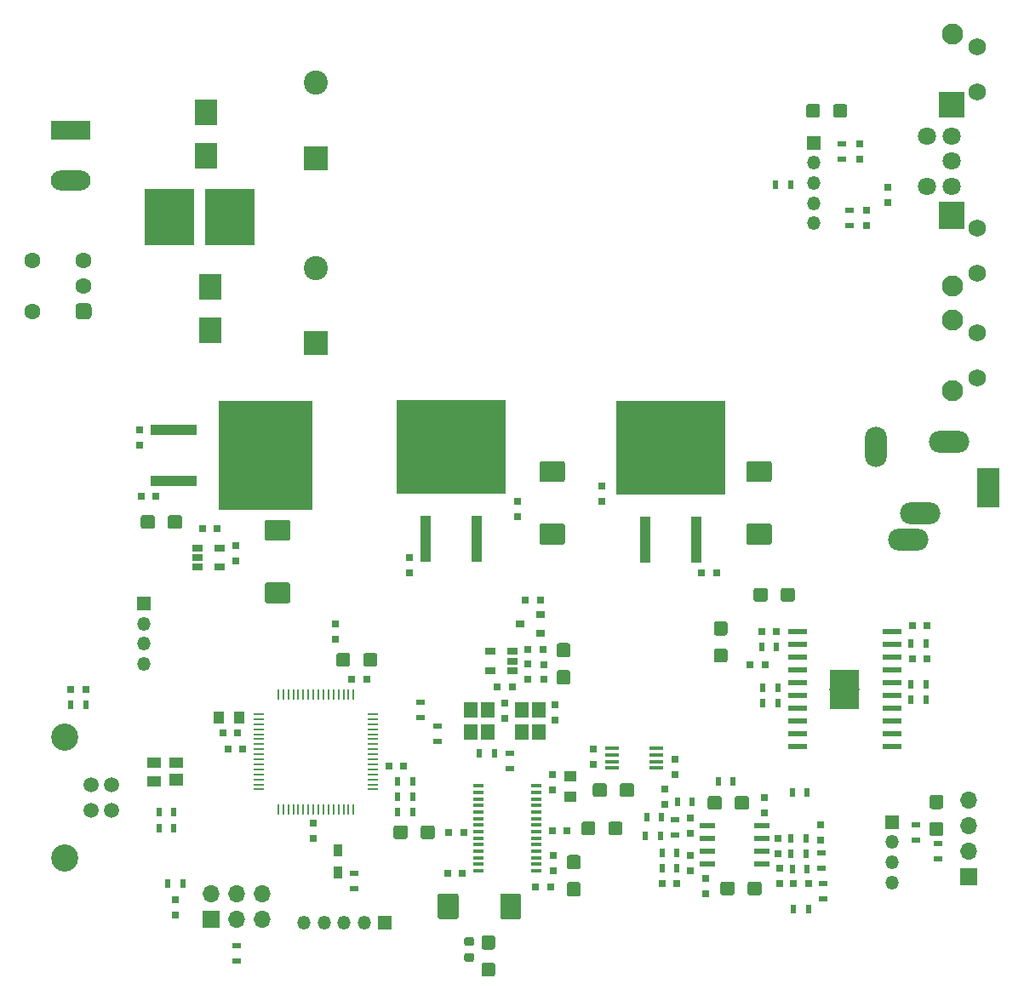
<source format=gbr>
G04 #@! TF.GenerationSoftware,KiCad,Pcbnew,(5.1.5)-3*
G04 #@! TF.CreationDate,2020-03-17T19:19:52+01:00*
G04 #@! TF.ProjectId,DykoDAC,44796b6f-4441-4432-9e6b-696361645f70,rev?*
G04 #@! TF.SameCoordinates,Original*
G04 #@! TF.FileFunction,Soldermask,Top*
G04 #@! TF.FilePolarity,Negative*
%FSLAX46Y46*%
G04 Gerber Fmt 4.6, Leading zero omitted, Abs format (unit mm)*
G04 Created by KiCad (PCBNEW (5.1.5)-3) date 2020-03-17 19:19:52*
%MOMM*%
%LPD*%
G04 APERTURE LIST*
%ADD10R,0.900000X0.800000*%
%ADD11R,1.100000X4.600000*%
%ADD12R,10.800000X9.400000*%
%ADD13R,5.000000X5.600000*%
%ADD14C,0.100000*%
%ADD15R,2.200000X4.000000*%
%ADD16O,4.000000X2.200000*%
%ADD17O,2.200000X4.000000*%
%ADD18C,1.600000*%
%ADD19C,3.000000*%
%ADD20R,2.600000X2.700000*%
%ADD21R,2.600000X2.500000*%
%ADD22C,1.800000*%
%ADD23C,2.100000*%
%ADD24C,1.750000*%
%ADD25R,4.600000X1.100000*%
%ADD26R,9.400000X10.800000*%
%ADD27R,1.350000X1.650000*%
%ADD28R,1.700000X1.700000*%
%ADD29O,1.700000X1.700000*%
%ADD30R,1.350000X1.350000*%
%ADD31O,1.350000X1.350000*%
%ADD32R,3.960000X1.980000*%
%ADD33O,3.960000X1.980000*%
%ADD34R,0.900000X0.500000*%
%ADD35R,0.900000X1.200000*%
%ADD36C,2.700000*%
%ADD37C,1.520000*%
%ADD38R,1.000000X1.250000*%
%ADD39R,1.250000X1.000000*%
%ADD40R,0.500000X0.900000*%
%ADD41R,0.750000X0.800000*%
%ADD42R,0.800000X0.750000*%
%ADD43R,0.250000X1.000000*%
%ADD44R,1.000000X0.250000*%
%ADD45R,1.400000X1.200000*%
%ADD46R,1.400000X1.000000*%
%ADD47R,2.400000X2.400000*%
%ADD48C,2.400000*%
%ADD49R,1.450000X0.450000*%
%ADD50R,1.100000X0.400000*%
%ADD51R,1.550000X0.600000*%
%ADD52R,1.060000X0.650000*%
%ADD53R,2.300000X2.500000*%
%ADD54R,1.950000X0.600000*%
%ADD55R,3.000000X4.000000*%
G04 APERTURE END LIST*
D10*
X100568000Y-103312000D03*
X100568000Y-101412000D03*
X98568000Y-102362000D03*
D11*
X111023400Y-93938400D03*
X116103400Y-93938400D03*
D12*
X113563400Y-84788400D03*
D11*
X89154000Y-93913000D03*
X94234000Y-93913000D03*
D12*
X91694000Y-84763000D03*
D13*
X69675000Y-61849000D03*
X63675000Y-61849000D03*
D14*
G36*
X92187504Y-129155204D02*
G01*
X92211773Y-129158804D01*
X92235571Y-129164765D01*
X92258671Y-129173030D01*
X92280849Y-129183520D01*
X92301893Y-129196133D01*
X92321598Y-129210747D01*
X92339777Y-129227223D01*
X92356253Y-129245402D01*
X92370867Y-129265107D01*
X92383480Y-129286151D01*
X92393970Y-129308329D01*
X92402235Y-129331429D01*
X92408196Y-129355227D01*
X92411796Y-129379496D01*
X92413000Y-129404000D01*
X92413000Y-131454000D01*
X92411796Y-131478504D01*
X92408196Y-131502773D01*
X92402235Y-131526571D01*
X92393970Y-131549671D01*
X92383480Y-131571849D01*
X92370867Y-131592893D01*
X92356253Y-131612598D01*
X92339777Y-131630777D01*
X92321598Y-131647253D01*
X92301893Y-131661867D01*
X92280849Y-131674480D01*
X92258671Y-131684970D01*
X92235571Y-131693235D01*
X92211773Y-131699196D01*
X92187504Y-131702796D01*
X92163000Y-131704000D01*
X90588000Y-131704000D01*
X90563496Y-131702796D01*
X90539227Y-131699196D01*
X90515429Y-131693235D01*
X90492329Y-131684970D01*
X90470151Y-131674480D01*
X90449107Y-131661867D01*
X90429402Y-131647253D01*
X90411223Y-131630777D01*
X90394747Y-131612598D01*
X90380133Y-131592893D01*
X90367520Y-131571849D01*
X90357030Y-131549671D01*
X90348765Y-131526571D01*
X90342804Y-131502773D01*
X90339204Y-131478504D01*
X90338000Y-131454000D01*
X90338000Y-129404000D01*
X90339204Y-129379496D01*
X90342804Y-129355227D01*
X90348765Y-129331429D01*
X90357030Y-129308329D01*
X90367520Y-129286151D01*
X90380133Y-129265107D01*
X90394747Y-129245402D01*
X90411223Y-129227223D01*
X90429402Y-129210747D01*
X90449107Y-129196133D01*
X90470151Y-129183520D01*
X90492329Y-129173030D01*
X90515429Y-129164765D01*
X90539227Y-129158804D01*
X90563496Y-129155204D01*
X90588000Y-129154000D01*
X92163000Y-129154000D01*
X92187504Y-129155204D01*
G37*
G36*
X98412504Y-129155204D02*
G01*
X98436773Y-129158804D01*
X98460571Y-129164765D01*
X98483671Y-129173030D01*
X98505849Y-129183520D01*
X98526893Y-129196133D01*
X98546598Y-129210747D01*
X98564777Y-129227223D01*
X98581253Y-129245402D01*
X98595867Y-129265107D01*
X98608480Y-129286151D01*
X98618970Y-129308329D01*
X98627235Y-129331429D01*
X98633196Y-129355227D01*
X98636796Y-129379496D01*
X98638000Y-129404000D01*
X98638000Y-131454000D01*
X98636796Y-131478504D01*
X98633196Y-131502773D01*
X98627235Y-131526571D01*
X98618970Y-131549671D01*
X98608480Y-131571849D01*
X98595867Y-131592893D01*
X98581253Y-131612598D01*
X98564777Y-131630777D01*
X98546598Y-131647253D01*
X98526893Y-131661867D01*
X98505849Y-131674480D01*
X98483671Y-131684970D01*
X98460571Y-131693235D01*
X98436773Y-131699196D01*
X98412504Y-131702796D01*
X98388000Y-131704000D01*
X96813000Y-131704000D01*
X96788496Y-131702796D01*
X96764227Y-131699196D01*
X96740429Y-131693235D01*
X96717329Y-131684970D01*
X96695151Y-131674480D01*
X96674107Y-131661867D01*
X96654402Y-131647253D01*
X96636223Y-131630777D01*
X96619747Y-131612598D01*
X96605133Y-131592893D01*
X96592520Y-131571849D01*
X96582030Y-131549671D01*
X96573765Y-131526571D01*
X96567804Y-131502773D01*
X96564204Y-131478504D01*
X96563000Y-131454000D01*
X96563000Y-129404000D01*
X96564204Y-129379496D01*
X96567804Y-129355227D01*
X96573765Y-129331429D01*
X96582030Y-129308329D01*
X96592520Y-129286151D01*
X96605133Y-129265107D01*
X96619747Y-129245402D01*
X96636223Y-129227223D01*
X96654402Y-129210747D01*
X96674107Y-129196133D01*
X96695151Y-129183520D01*
X96717329Y-129173030D01*
X96740429Y-129164765D01*
X96764227Y-129158804D01*
X96788496Y-129155204D01*
X96813000Y-129154000D01*
X98388000Y-129154000D01*
X98412504Y-129155204D01*
G37*
G36*
X75471504Y-91990204D02*
G01*
X75495773Y-91993804D01*
X75519571Y-91999765D01*
X75542671Y-92008030D01*
X75564849Y-92018520D01*
X75585893Y-92031133D01*
X75605598Y-92045747D01*
X75623777Y-92062223D01*
X75640253Y-92080402D01*
X75654867Y-92100107D01*
X75667480Y-92121151D01*
X75677970Y-92143329D01*
X75686235Y-92166429D01*
X75692196Y-92190227D01*
X75695796Y-92214496D01*
X75697000Y-92239000D01*
X75697000Y-93814000D01*
X75695796Y-93838504D01*
X75692196Y-93862773D01*
X75686235Y-93886571D01*
X75677970Y-93909671D01*
X75667480Y-93931849D01*
X75654867Y-93952893D01*
X75640253Y-93972598D01*
X75623777Y-93990777D01*
X75605598Y-94007253D01*
X75585893Y-94021867D01*
X75564849Y-94034480D01*
X75542671Y-94044970D01*
X75519571Y-94053235D01*
X75495773Y-94059196D01*
X75471504Y-94062796D01*
X75447000Y-94064000D01*
X73397000Y-94064000D01*
X73372496Y-94062796D01*
X73348227Y-94059196D01*
X73324429Y-94053235D01*
X73301329Y-94044970D01*
X73279151Y-94034480D01*
X73258107Y-94021867D01*
X73238402Y-94007253D01*
X73220223Y-93990777D01*
X73203747Y-93972598D01*
X73189133Y-93952893D01*
X73176520Y-93931849D01*
X73166030Y-93909671D01*
X73157765Y-93886571D01*
X73151804Y-93862773D01*
X73148204Y-93838504D01*
X73147000Y-93814000D01*
X73147000Y-92239000D01*
X73148204Y-92214496D01*
X73151804Y-92190227D01*
X73157765Y-92166429D01*
X73166030Y-92143329D01*
X73176520Y-92121151D01*
X73189133Y-92100107D01*
X73203747Y-92080402D01*
X73220223Y-92062223D01*
X73238402Y-92045747D01*
X73258107Y-92031133D01*
X73279151Y-92018520D01*
X73301329Y-92008030D01*
X73324429Y-91999765D01*
X73348227Y-91993804D01*
X73372496Y-91990204D01*
X73397000Y-91989000D01*
X75447000Y-91989000D01*
X75471504Y-91990204D01*
G37*
G36*
X75471504Y-98215204D02*
G01*
X75495773Y-98218804D01*
X75519571Y-98224765D01*
X75542671Y-98233030D01*
X75564849Y-98243520D01*
X75585893Y-98256133D01*
X75605598Y-98270747D01*
X75623777Y-98287223D01*
X75640253Y-98305402D01*
X75654867Y-98325107D01*
X75667480Y-98346151D01*
X75677970Y-98368329D01*
X75686235Y-98391429D01*
X75692196Y-98415227D01*
X75695796Y-98439496D01*
X75697000Y-98464000D01*
X75697000Y-100039000D01*
X75695796Y-100063504D01*
X75692196Y-100087773D01*
X75686235Y-100111571D01*
X75677970Y-100134671D01*
X75667480Y-100156849D01*
X75654867Y-100177893D01*
X75640253Y-100197598D01*
X75623777Y-100215777D01*
X75605598Y-100232253D01*
X75585893Y-100246867D01*
X75564849Y-100259480D01*
X75542671Y-100269970D01*
X75519571Y-100278235D01*
X75495773Y-100284196D01*
X75471504Y-100287796D01*
X75447000Y-100289000D01*
X73397000Y-100289000D01*
X73372496Y-100287796D01*
X73348227Y-100284196D01*
X73324429Y-100278235D01*
X73301329Y-100269970D01*
X73279151Y-100259480D01*
X73258107Y-100246867D01*
X73238402Y-100232253D01*
X73220223Y-100215777D01*
X73203747Y-100197598D01*
X73189133Y-100177893D01*
X73176520Y-100156849D01*
X73166030Y-100134671D01*
X73157765Y-100111571D01*
X73151804Y-100087773D01*
X73148204Y-100063504D01*
X73147000Y-100039000D01*
X73147000Y-98464000D01*
X73148204Y-98439496D01*
X73151804Y-98415227D01*
X73157765Y-98391429D01*
X73166030Y-98368329D01*
X73176520Y-98346151D01*
X73189133Y-98325107D01*
X73203747Y-98305402D01*
X73220223Y-98287223D01*
X73238402Y-98270747D01*
X73258107Y-98256133D01*
X73279151Y-98243520D01*
X73301329Y-98233030D01*
X73324429Y-98224765D01*
X73348227Y-98218804D01*
X73372496Y-98215204D01*
X73397000Y-98214000D01*
X75447000Y-98214000D01*
X75471504Y-98215204D01*
G37*
G36*
X123350504Y-92373204D02*
G01*
X123374773Y-92376804D01*
X123398571Y-92382765D01*
X123421671Y-92391030D01*
X123443849Y-92401520D01*
X123464893Y-92414133D01*
X123484598Y-92428747D01*
X123502777Y-92445223D01*
X123519253Y-92463402D01*
X123533867Y-92483107D01*
X123546480Y-92504151D01*
X123556970Y-92526329D01*
X123565235Y-92549429D01*
X123571196Y-92573227D01*
X123574796Y-92597496D01*
X123576000Y-92622000D01*
X123576000Y-94197000D01*
X123574796Y-94221504D01*
X123571196Y-94245773D01*
X123565235Y-94269571D01*
X123556970Y-94292671D01*
X123546480Y-94314849D01*
X123533867Y-94335893D01*
X123519253Y-94355598D01*
X123502777Y-94373777D01*
X123484598Y-94390253D01*
X123464893Y-94404867D01*
X123443849Y-94417480D01*
X123421671Y-94427970D01*
X123398571Y-94436235D01*
X123374773Y-94442196D01*
X123350504Y-94445796D01*
X123326000Y-94447000D01*
X121276000Y-94447000D01*
X121251496Y-94445796D01*
X121227227Y-94442196D01*
X121203429Y-94436235D01*
X121180329Y-94427970D01*
X121158151Y-94417480D01*
X121137107Y-94404867D01*
X121117402Y-94390253D01*
X121099223Y-94373777D01*
X121082747Y-94355598D01*
X121068133Y-94335893D01*
X121055520Y-94314849D01*
X121045030Y-94292671D01*
X121036765Y-94269571D01*
X121030804Y-94245773D01*
X121027204Y-94221504D01*
X121026000Y-94197000D01*
X121026000Y-92622000D01*
X121027204Y-92597496D01*
X121030804Y-92573227D01*
X121036765Y-92549429D01*
X121045030Y-92526329D01*
X121055520Y-92504151D01*
X121068133Y-92483107D01*
X121082747Y-92463402D01*
X121099223Y-92445223D01*
X121117402Y-92428747D01*
X121137107Y-92414133D01*
X121158151Y-92401520D01*
X121180329Y-92391030D01*
X121203429Y-92382765D01*
X121227227Y-92376804D01*
X121251496Y-92373204D01*
X121276000Y-92372000D01*
X123326000Y-92372000D01*
X123350504Y-92373204D01*
G37*
G36*
X123350504Y-86148204D02*
G01*
X123374773Y-86151804D01*
X123398571Y-86157765D01*
X123421671Y-86166030D01*
X123443849Y-86176520D01*
X123464893Y-86189133D01*
X123484598Y-86203747D01*
X123502777Y-86220223D01*
X123519253Y-86238402D01*
X123533867Y-86258107D01*
X123546480Y-86279151D01*
X123556970Y-86301329D01*
X123565235Y-86324429D01*
X123571196Y-86348227D01*
X123574796Y-86372496D01*
X123576000Y-86397000D01*
X123576000Y-87972000D01*
X123574796Y-87996504D01*
X123571196Y-88020773D01*
X123565235Y-88044571D01*
X123556970Y-88067671D01*
X123546480Y-88089849D01*
X123533867Y-88110893D01*
X123519253Y-88130598D01*
X123502777Y-88148777D01*
X123484598Y-88165253D01*
X123464893Y-88179867D01*
X123443849Y-88192480D01*
X123421671Y-88202970D01*
X123398571Y-88211235D01*
X123374773Y-88217196D01*
X123350504Y-88220796D01*
X123326000Y-88222000D01*
X121276000Y-88222000D01*
X121251496Y-88220796D01*
X121227227Y-88217196D01*
X121203429Y-88211235D01*
X121180329Y-88202970D01*
X121158151Y-88192480D01*
X121137107Y-88179867D01*
X121117402Y-88165253D01*
X121099223Y-88148777D01*
X121082747Y-88130598D01*
X121068133Y-88110893D01*
X121055520Y-88089849D01*
X121045030Y-88067671D01*
X121036765Y-88044571D01*
X121030804Y-88020773D01*
X121027204Y-87996504D01*
X121026000Y-87972000D01*
X121026000Y-86397000D01*
X121027204Y-86372496D01*
X121030804Y-86348227D01*
X121036765Y-86324429D01*
X121045030Y-86301329D01*
X121055520Y-86279151D01*
X121068133Y-86258107D01*
X121082747Y-86238402D01*
X121099223Y-86220223D01*
X121117402Y-86203747D01*
X121137107Y-86189133D01*
X121158151Y-86176520D01*
X121180329Y-86166030D01*
X121203429Y-86157765D01*
X121227227Y-86151804D01*
X121251496Y-86148204D01*
X121276000Y-86147000D01*
X123326000Y-86147000D01*
X123350504Y-86148204D01*
G37*
G36*
X102776504Y-86148204D02*
G01*
X102800773Y-86151804D01*
X102824571Y-86157765D01*
X102847671Y-86166030D01*
X102869849Y-86176520D01*
X102890893Y-86189133D01*
X102910598Y-86203747D01*
X102928777Y-86220223D01*
X102945253Y-86238402D01*
X102959867Y-86258107D01*
X102972480Y-86279151D01*
X102982970Y-86301329D01*
X102991235Y-86324429D01*
X102997196Y-86348227D01*
X103000796Y-86372496D01*
X103002000Y-86397000D01*
X103002000Y-87972000D01*
X103000796Y-87996504D01*
X102997196Y-88020773D01*
X102991235Y-88044571D01*
X102982970Y-88067671D01*
X102972480Y-88089849D01*
X102959867Y-88110893D01*
X102945253Y-88130598D01*
X102928777Y-88148777D01*
X102910598Y-88165253D01*
X102890893Y-88179867D01*
X102869849Y-88192480D01*
X102847671Y-88202970D01*
X102824571Y-88211235D01*
X102800773Y-88217196D01*
X102776504Y-88220796D01*
X102752000Y-88222000D01*
X100702000Y-88222000D01*
X100677496Y-88220796D01*
X100653227Y-88217196D01*
X100629429Y-88211235D01*
X100606329Y-88202970D01*
X100584151Y-88192480D01*
X100563107Y-88179867D01*
X100543402Y-88165253D01*
X100525223Y-88148777D01*
X100508747Y-88130598D01*
X100494133Y-88110893D01*
X100481520Y-88089849D01*
X100471030Y-88067671D01*
X100462765Y-88044571D01*
X100456804Y-88020773D01*
X100453204Y-87996504D01*
X100452000Y-87972000D01*
X100452000Y-86397000D01*
X100453204Y-86372496D01*
X100456804Y-86348227D01*
X100462765Y-86324429D01*
X100471030Y-86301329D01*
X100481520Y-86279151D01*
X100494133Y-86258107D01*
X100508747Y-86238402D01*
X100525223Y-86220223D01*
X100543402Y-86203747D01*
X100563107Y-86189133D01*
X100584151Y-86176520D01*
X100606329Y-86166030D01*
X100629429Y-86157765D01*
X100653227Y-86151804D01*
X100677496Y-86148204D01*
X100702000Y-86147000D01*
X102752000Y-86147000D01*
X102776504Y-86148204D01*
G37*
G36*
X102776504Y-92373204D02*
G01*
X102800773Y-92376804D01*
X102824571Y-92382765D01*
X102847671Y-92391030D01*
X102869849Y-92401520D01*
X102890893Y-92414133D01*
X102910598Y-92428747D01*
X102928777Y-92445223D01*
X102945253Y-92463402D01*
X102959867Y-92483107D01*
X102972480Y-92504151D01*
X102982970Y-92526329D01*
X102991235Y-92549429D01*
X102997196Y-92573227D01*
X103000796Y-92597496D01*
X103002000Y-92622000D01*
X103002000Y-94197000D01*
X103000796Y-94221504D01*
X102997196Y-94245773D01*
X102991235Y-94269571D01*
X102982970Y-94292671D01*
X102972480Y-94314849D01*
X102959867Y-94335893D01*
X102945253Y-94355598D01*
X102928777Y-94373777D01*
X102910598Y-94390253D01*
X102890893Y-94404867D01*
X102869849Y-94417480D01*
X102847671Y-94427970D01*
X102824571Y-94436235D01*
X102800773Y-94442196D01*
X102776504Y-94445796D01*
X102752000Y-94447000D01*
X100702000Y-94447000D01*
X100677496Y-94445796D01*
X100653227Y-94442196D01*
X100629429Y-94436235D01*
X100606329Y-94427970D01*
X100584151Y-94417480D01*
X100563107Y-94404867D01*
X100543402Y-94390253D01*
X100525223Y-94373777D01*
X100508747Y-94355598D01*
X100494133Y-94335893D01*
X100481520Y-94314849D01*
X100471030Y-94292671D01*
X100462765Y-94269571D01*
X100456804Y-94245773D01*
X100453204Y-94221504D01*
X100452000Y-94197000D01*
X100452000Y-92622000D01*
X100453204Y-92597496D01*
X100456804Y-92573227D01*
X100462765Y-92549429D01*
X100471030Y-92526329D01*
X100481520Y-92504151D01*
X100494133Y-92483107D01*
X100508747Y-92463402D01*
X100525223Y-92445223D01*
X100543402Y-92428747D01*
X100563107Y-92414133D01*
X100584151Y-92401520D01*
X100606329Y-92391030D01*
X100629429Y-92382765D01*
X100653227Y-92376804D01*
X100677496Y-92373204D01*
X100702000Y-92372000D01*
X102752000Y-92372000D01*
X102776504Y-92373204D01*
G37*
G36*
X95826505Y-133333204D02*
G01*
X95850773Y-133336804D01*
X95874572Y-133342765D01*
X95897671Y-133351030D01*
X95919850Y-133361520D01*
X95940893Y-133374132D01*
X95960599Y-133388747D01*
X95978777Y-133405223D01*
X95995253Y-133423401D01*
X96009868Y-133443107D01*
X96022480Y-133464150D01*
X96032970Y-133486329D01*
X96041235Y-133509428D01*
X96047196Y-133533227D01*
X96050796Y-133557495D01*
X96052000Y-133581999D01*
X96052000Y-134482001D01*
X96050796Y-134506505D01*
X96047196Y-134530773D01*
X96041235Y-134554572D01*
X96032970Y-134577671D01*
X96022480Y-134599850D01*
X96009868Y-134620893D01*
X95995253Y-134640599D01*
X95978777Y-134658777D01*
X95960599Y-134675253D01*
X95940893Y-134689868D01*
X95919850Y-134702480D01*
X95897671Y-134712970D01*
X95874572Y-134721235D01*
X95850773Y-134727196D01*
X95826505Y-134730796D01*
X95802001Y-134732000D01*
X94951999Y-134732000D01*
X94927495Y-134730796D01*
X94903227Y-134727196D01*
X94879428Y-134721235D01*
X94856329Y-134712970D01*
X94834150Y-134702480D01*
X94813107Y-134689868D01*
X94793401Y-134675253D01*
X94775223Y-134658777D01*
X94758747Y-134640599D01*
X94744132Y-134620893D01*
X94731520Y-134599850D01*
X94721030Y-134577671D01*
X94712765Y-134554572D01*
X94706804Y-134530773D01*
X94703204Y-134506505D01*
X94702000Y-134482001D01*
X94702000Y-133581999D01*
X94703204Y-133557495D01*
X94706804Y-133533227D01*
X94712765Y-133509428D01*
X94721030Y-133486329D01*
X94731520Y-133464150D01*
X94744132Y-133443107D01*
X94758747Y-133423401D01*
X94775223Y-133405223D01*
X94793401Y-133388747D01*
X94813107Y-133374132D01*
X94834150Y-133361520D01*
X94856329Y-133351030D01*
X94879428Y-133342765D01*
X94903227Y-133336804D01*
X94927495Y-133333204D01*
X94951999Y-133332000D01*
X95802001Y-133332000D01*
X95826505Y-133333204D01*
G37*
G36*
X95826505Y-136033204D02*
G01*
X95850773Y-136036804D01*
X95874572Y-136042765D01*
X95897671Y-136051030D01*
X95919850Y-136061520D01*
X95940893Y-136074132D01*
X95960599Y-136088747D01*
X95978777Y-136105223D01*
X95995253Y-136123401D01*
X96009868Y-136143107D01*
X96022480Y-136164150D01*
X96032970Y-136186329D01*
X96041235Y-136209428D01*
X96047196Y-136233227D01*
X96050796Y-136257495D01*
X96052000Y-136281999D01*
X96052000Y-137182001D01*
X96050796Y-137206505D01*
X96047196Y-137230773D01*
X96041235Y-137254572D01*
X96032970Y-137277671D01*
X96022480Y-137299850D01*
X96009868Y-137320893D01*
X95995253Y-137340599D01*
X95978777Y-137358777D01*
X95960599Y-137375253D01*
X95940893Y-137389868D01*
X95919850Y-137402480D01*
X95897671Y-137412970D01*
X95874572Y-137421235D01*
X95850773Y-137427196D01*
X95826505Y-137430796D01*
X95802001Y-137432000D01*
X94951999Y-137432000D01*
X94927495Y-137430796D01*
X94903227Y-137427196D01*
X94879428Y-137421235D01*
X94856329Y-137412970D01*
X94834150Y-137402480D01*
X94813107Y-137389868D01*
X94793401Y-137375253D01*
X94775223Y-137358777D01*
X94758747Y-137340599D01*
X94744132Y-137320893D01*
X94731520Y-137299850D01*
X94721030Y-137277671D01*
X94712765Y-137254572D01*
X94706804Y-137230773D01*
X94703204Y-137206505D01*
X94702000Y-137182001D01*
X94702000Y-136281999D01*
X94703204Y-136257495D01*
X94706804Y-136233227D01*
X94712765Y-136209428D01*
X94721030Y-136186329D01*
X94731520Y-136164150D01*
X94744132Y-136143107D01*
X94758747Y-136123401D01*
X94775223Y-136105223D01*
X94793401Y-136088747D01*
X94813107Y-136074132D01*
X94834150Y-136061520D01*
X94856329Y-136051030D01*
X94879428Y-136042765D01*
X94903227Y-136036804D01*
X94927495Y-136033204D01*
X94951999Y-136032000D01*
X95802001Y-136032000D01*
X95826505Y-136033204D01*
G37*
G36*
X84120505Y-105244204D02*
G01*
X84144773Y-105247804D01*
X84168572Y-105253765D01*
X84191671Y-105262030D01*
X84213850Y-105272520D01*
X84234893Y-105285132D01*
X84254599Y-105299747D01*
X84272777Y-105316223D01*
X84289253Y-105334401D01*
X84303868Y-105354107D01*
X84316480Y-105375150D01*
X84326970Y-105397329D01*
X84335235Y-105420428D01*
X84341196Y-105444227D01*
X84344796Y-105468495D01*
X84346000Y-105492999D01*
X84346000Y-106343001D01*
X84344796Y-106367505D01*
X84341196Y-106391773D01*
X84335235Y-106415572D01*
X84326970Y-106438671D01*
X84316480Y-106460850D01*
X84303868Y-106481893D01*
X84289253Y-106501599D01*
X84272777Y-106519777D01*
X84254599Y-106536253D01*
X84234893Y-106550868D01*
X84213850Y-106563480D01*
X84191671Y-106573970D01*
X84168572Y-106582235D01*
X84144773Y-106588196D01*
X84120505Y-106591796D01*
X84096001Y-106593000D01*
X83195999Y-106593000D01*
X83171495Y-106591796D01*
X83147227Y-106588196D01*
X83123428Y-106582235D01*
X83100329Y-106573970D01*
X83078150Y-106563480D01*
X83057107Y-106550868D01*
X83037401Y-106536253D01*
X83019223Y-106519777D01*
X83002747Y-106501599D01*
X82988132Y-106481893D01*
X82975520Y-106460850D01*
X82965030Y-106438671D01*
X82956765Y-106415572D01*
X82950804Y-106391773D01*
X82947204Y-106367505D01*
X82946000Y-106343001D01*
X82946000Y-105492999D01*
X82947204Y-105468495D01*
X82950804Y-105444227D01*
X82956765Y-105420428D01*
X82965030Y-105397329D01*
X82975520Y-105375150D01*
X82988132Y-105354107D01*
X83002747Y-105334401D01*
X83019223Y-105316223D01*
X83037401Y-105299747D01*
X83057107Y-105285132D01*
X83078150Y-105272520D01*
X83100329Y-105262030D01*
X83123428Y-105253765D01*
X83147227Y-105247804D01*
X83171495Y-105244204D01*
X83195999Y-105243000D01*
X84096001Y-105243000D01*
X84120505Y-105244204D01*
G37*
G36*
X81420505Y-105244204D02*
G01*
X81444773Y-105247804D01*
X81468572Y-105253765D01*
X81491671Y-105262030D01*
X81513850Y-105272520D01*
X81534893Y-105285132D01*
X81554599Y-105299747D01*
X81572777Y-105316223D01*
X81589253Y-105334401D01*
X81603868Y-105354107D01*
X81616480Y-105375150D01*
X81626970Y-105397329D01*
X81635235Y-105420428D01*
X81641196Y-105444227D01*
X81644796Y-105468495D01*
X81646000Y-105492999D01*
X81646000Y-106343001D01*
X81644796Y-106367505D01*
X81641196Y-106391773D01*
X81635235Y-106415572D01*
X81626970Y-106438671D01*
X81616480Y-106460850D01*
X81603868Y-106481893D01*
X81589253Y-106501599D01*
X81572777Y-106519777D01*
X81554599Y-106536253D01*
X81534893Y-106550868D01*
X81513850Y-106563480D01*
X81491671Y-106573970D01*
X81468572Y-106582235D01*
X81444773Y-106588196D01*
X81420505Y-106591796D01*
X81396001Y-106593000D01*
X80495999Y-106593000D01*
X80471495Y-106591796D01*
X80447227Y-106588196D01*
X80423428Y-106582235D01*
X80400329Y-106573970D01*
X80378150Y-106563480D01*
X80357107Y-106550868D01*
X80337401Y-106536253D01*
X80319223Y-106519777D01*
X80302747Y-106501599D01*
X80288132Y-106481893D01*
X80275520Y-106460850D01*
X80265030Y-106438671D01*
X80256765Y-106415572D01*
X80250804Y-106391773D01*
X80247204Y-106367505D01*
X80246000Y-106343001D01*
X80246000Y-105492999D01*
X80247204Y-105468495D01*
X80250804Y-105444227D01*
X80256765Y-105420428D01*
X80265030Y-105397329D01*
X80275520Y-105375150D01*
X80288132Y-105354107D01*
X80302747Y-105334401D01*
X80319223Y-105316223D01*
X80337401Y-105299747D01*
X80357107Y-105285132D01*
X80378150Y-105272520D01*
X80400329Y-105262030D01*
X80423428Y-105253765D01*
X80447227Y-105247804D01*
X80471495Y-105244204D01*
X80495999Y-105243000D01*
X81396001Y-105243000D01*
X81420505Y-105244204D01*
G37*
G36*
X125649505Y-98767204D02*
G01*
X125673773Y-98770804D01*
X125697572Y-98776765D01*
X125720671Y-98785030D01*
X125742850Y-98795520D01*
X125763893Y-98808132D01*
X125783599Y-98822747D01*
X125801777Y-98839223D01*
X125818253Y-98857401D01*
X125832868Y-98877107D01*
X125845480Y-98898150D01*
X125855970Y-98920329D01*
X125864235Y-98943428D01*
X125870196Y-98967227D01*
X125873796Y-98991495D01*
X125875000Y-99015999D01*
X125875000Y-99866001D01*
X125873796Y-99890505D01*
X125870196Y-99914773D01*
X125864235Y-99938572D01*
X125855970Y-99961671D01*
X125845480Y-99983850D01*
X125832868Y-100004893D01*
X125818253Y-100024599D01*
X125801777Y-100042777D01*
X125783599Y-100059253D01*
X125763893Y-100073868D01*
X125742850Y-100086480D01*
X125720671Y-100096970D01*
X125697572Y-100105235D01*
X125673773Y-100111196D01*
X125649505Y-100114796D01*
X125625001Y-100116000D01*
X124724999Y-100116000D01*
X124700495Y-100114796D01*
X124676227Y-100111196D01*
X124652428Y-100105235D01*
X124629329Y-100096970D01*
X124607150Y-100086480D01*
X124586107Y-100073868D01*
X124566401Y-100059253D01*
X124548223Y-100042777D01*
X124531747Y-100024599D01*
X124517132Y-100004893D01*
X124504520Y-99983850D01*
X124494030Y-99961671D01*
X124485765Y-99938572D01*
X124479804Y-99914773D01*
X124476204Y-99890505D01*
X124475000Y-99866001D01*
X124475000Y-99015999D01*
X124476204Y-98991495D01*
X124479804Y-98967227D01*
X124485765Y-98943428D01*
X124494030Y-98920329D01*
X124504520Y-98898150D01*
X124517132Y-98877107D01*
X124531747Y-98857401D01*
X124548223Y-98839223D01*
X124566401Y-98822747D01*
X124586107Y-98808132D01*
X124607150Y-98795520D01*
X124629329Y-98785030D01*
X124652428Y-98776765D01*
X124676227Y-98770804D01*
X124700495Y-98767204D01*
X124724999Y-98766000D01*
X125625001Y-98766000D01*
X125649505Y-98767204D01*
G37*
G36*
X122949505Y-98767204D02*
G01*
X122973773Y-98770804D01*
X122997572Y-98776765D01*
X123020671Y-98785030D01*
X123042850Y-98795520D01*
X123063893Y-98808132D01*
X123083599Y-98822747D01*
X123101777Y-98839223D01*
X123118253Y-98857401D01*
X123132868Y-98877107D01*
X123145480Y-98898150D01*
X123155970Y-98920329D01*
X123164235Y-98943428D01*
X123170196Y-98967227D01*
X123173796Y-98991495D01*
X123175000Y-99015999D01*
X123175000Y-99866001D01*
X123173796Y-99890505D01*
X123170196Y-99914773D01*
X123164235Y-99938572D01*
X123155970Y-99961671D01*
X123145480Y-99983850D01*
X123132868Y-100004893D01*
X123118253Y-100024599D01*
X123101777Y-100042777D01*
X123083599Y-100059253D01*
X123063893Y-100073868D01*
X123042850Y-100086480D01*
X123020671Y-100096970D01*
X122997572Y-100105235D01*
X122973773Y-100111196D01*
X122949505Y-100114796D01*
X122925001Y-100116000D01*
X122024999Y-100116000D01*
X122000495Y-100114796D01*
X121976227Y-100111196D01*
X121952428Y-100105235D01*
X121929329Y-100096970D01*
X121907150Y-100086480D01*
X121886107Y-100073868D01*
X121866401Y-100059253D01*
X121848223Y-100042777D01*
X121831747Y-100024599D01*
X121817132Y-100004893D01*
X121804520Y-99983850D01*
X121794030Y-99961671D01*
X121785765Y-99938572D01*
X121779804Y-99914773D01*
X121776204Y-99890505D01*
X121775000Y-99866001D01*
X121775000Y-99015999D01*
X121776204Y-98991495D01*
X121779804Y-98967227D01*
X121785765Y-98943428D01*
X121794030Y-98920329D01*
X121804520Y-98898150D01*
X121817132Y-98877107D01*
X121831747Y-98857401D01*
X121848223Y-98839223D01*
X121866401Y-98822747D01*
X121886107Y-98808132D01*
X121907150Y-98795520D01*
X121929329Y-98785030D01*
X121952428Y-98776765D01*
X121976227Y-98770804D01*
X122000495Y-98767204D01*
X122024999Y-98766000D01*
X122925001Y-98766000D01*
X122949505Y-98767204D01*
G37*
G36*
X118940505Y-104791204D02*
G01*
X118964773Y-104794804D01*
X118988572Y-104800765D01*
X119011671Y-104809030D01*
X119033850Y-104819520D01*
X119054893Y-104832132D01*
X119074599Y-104846747D01*
X119092777Y-104863223D01*
X119109253Y-104881401D01*
X119123868Y-104901107D01*
X119136480Y-104922150D01*
X119146970Y-104944329D01*
X119155235Y-104967428D01*
X119161196Y-104991227D01*
X119164796Y-105015495D01*
X119166000Y-105039999D01*
X119166000Y-105940001D01*
X119164796Y-105964505D01*
X119161196Y-105988773D01*
X119155235Y-106012572D01*
X119146970Y-106035671D01*
X119136480Y-106057850D01*
X119123868Y-106078893D01*
X119109253Y-106098599D01*
X119092777Y-106116777D01*
X119074599Y-106133253D01*
X119054893Y-106147868D01*
X119033850Y-106160480D01*
X119011671Y-106170970D01*
X118988572Y-106179235D01*
X118964773Y-106185196D01*
X118940505Y-106188796D01*
X118916001Y-106190000D01*
X118065999Y-106190000D01*
X118041495Y-106188796D01*
X118017227Y-106185196D01*
X117993428Y-106179235D01*
X117970329Y-106170970D01*
X117948150Y-106160480D01*
X117927107Y-106147868D01*
X117907401Y-106133253D01*
X117889223Y-106116777D01*
X117872747Y-106098599D01*
X117858132Y-106078893D01*
X117845520Y-106057850D01*
X117835030Y-106035671D01*
X117826765Y-106012572D01*
X117820804Y-105988773D01*
X117817204Y-105964505D01*
X117816000Y-105940001D01*
X117816000Y-105039999D01*
X117817204Y-105015495D01*
X117820804Y-104991227D01*
X117826765Y-104967428D01*
X117835030Y-104944329D01*
X117845520Y-104922150D01*
X117858132Y-104901107D01*
X117872747Y-104881401D01*
X117889223Y-104863223D01*
X117907401Y-104846747D01*
X117927107Y-104832132D01*
X117948150Y-104819520D01*
X117970329Y-104809030D01*
X117993428Y-104800765D01*
X118017227Y-104794804D01*
X118041495Y-104791204D01*
X118065999Y-104790000D01*
X118916001Y-104790000D01*
X118940505Y-104791204D01*
G37*
G36*
X118940505Y-102091204D02*
G01*
X118964773Y-102094804D01*
X118988572Y-102100765D01*
X119011671Y-102109030D01*
X119033850Y-102119520D01*
X119054893Y-102132132D01*
X119074599Y-102146747D01*
X119092777Y-102163223D01*
X119109253Y-102181401D01*
X119123868Y-102201107D01*
X119136480Y-102222150D01*
X119146970Y-102244329D01*
X119155235Y-102267428D01*
X119161196Y-102291227D01*
X119164796Y-102315495D01*
X119166000Y-102339999D01*
X119166000Y-103240001D01*
X119164796Y-103264505D01*
X119161196Y-103288773D01*
X119155235Y-103312572D01*
X119146970Y-103335671D01*
X119136480Y-103357850D01*
X119123868Y-103378893D01*
X119109253Y-103398599D01*
X119092777Y-103416777D01*
X119074599Y-103433253D01*
X119054893Y-103447868D01*
X119033850Y-103460480D01*
X119011671Y-103470970D01*
X118988572Y-103479235D01*
X118964773Y-103485196D01*
X118940505Y-103488796D01*
X118916001Y-103490000D01*
X118065999Y-103490000D01*
X118041495Y-103488796D01*
X118017227Y-103485196D01*
X117993428Y-103479235D01*
X117970329Y-103470970D01*
X117948150Y-103460480D01*
X117927107Y-103447868D01*
X117907401Y-103433253D01*
X117889223Y-103416777D01*
X117872747Y-103398599D01*
X117858132Y-103378893D01*
X117845520Y-103357850D01*
X117835030Y-103335671D01*
X117826765Y-103312572D01*
X117820804Y-103288773D01*
X117817204Y-103264505D01*
X117816000Y-103240001D01*
X117816000Y-102339999D01*
X117817204Y-102315495D01*
X117820804Y-102291227D01*
X117826765Y-102267428D01*
X117835030Y-102244329D01*
X117845520Y-102222150D01*
X117858132Y-102201107D01*
X117872747Y-102181401D01*
X117889223Y-102163223D01*
X117907401Y-102146747D01*
X117927107Y-102132132D01*
X117948150Y-102119520D01*
X117970329Y-102109030D01*
X117993428Y-102100765D01*
X118017227Y-102094804D01*
X118041495Y-102091204D01*
X118065999Y-102090000D01*
X118916001Y-102090000D01*
X118940505Y-102091204D01*
G37*
G36*
X118377505Y-119468204D02*
G01*
X118401773Y-119471804D01*
X118425572Y-119477765D01*
X118448671Y-119486030D01*
X118470850Y-119496520D01*
X118491893Y-119509132D01*
X118511599Y-119523747D01*
X118529777Y-119540223D01*
X118546253Y-119558401D01*
X118560868Y-119578107D01*
X118573480Y-119599150D01*
X118583970Y-119621329D01*
X118592235Y-119644428D01*
X118598196Y-119668227D01*
X118601796Y-119692495D01*
X118603000Y-119716999D01*
X118603000Y-120567001D01*
X118601796Y-120591505D01*
X118598196Y-120615773D01*
X118592235Y-120639572D01*
X118583970Y-120662671D01*
X118573480Y-120684850D01*
X118560868Y-120705893D01*
X118546253Y-120725599D01*
X118529777Y-120743777D01*
X118511599Y-120760253D01*
X118491893Y-120774868D01*
X118470850Y-120787480D01*
X118448671Y-120797970D01*
X118425572Y-120806235D01*
X118401773Y-120812196D01*
X118377505Y-120815796D01*
X118353001Y-120817000D01*
X117452999Y-120817000D01*
X117428495Y-120815796D01*
X117404227Y-120812196D01*
X117380428Y-120806235D01*
X117357329Y-120797970D01*
X117335150Y-120787480D01*
X117314107Y-120774868D01*
X117294401Y-120760253D01*
X117276223Y-120743777D01*
X117259747Y-120725599D01*
X117245132Y-120705893D01*
X117232520Y-120684850D01*
X117222030Y-120662671D01*
X117213765Y-120639572D01*
X117207804Y-120615773D01*
X117204204Y-120591505D01*
X117203000Y-120567001D01*
X117203000Y-119716999D01*
X117204204Y-119692495D01*
X117207804Y-119668227D01*
X117213765Y-119644428D01*
X117222030Y-119621329D01*
X117232520Y-119599150D01*
X117245132Y-119578107D01*
X117259747Y-119558401D01*
X117276223Y-119540223D01*
X117294401Y-119523747D01*
X117314107Y-119509132D01*
X117335150Y-119496520D01*
X117357329Y-119486030D01*
X117380428Y-119477765D01*
X117404227Y-119471804D01*
X117428495Y-119468204D01*
X117452999Y-119467000D01*
X118353001Y-119467000D01*
X118377505Y-119468204D01*
G37*
G36*
X121077505Y-119468204D02*
G01*
X121101773Y-119471804D01*
X121125572Y-119477765D01*
X121148671Y-119486030D01*
X121170850Y-119496520D01*
X121191893Y-119509132D01*
X121211599Y-119523747D01*
X121229777Y-119540223D01*
X121246253Y-119558401D01*
X121260868Y-119578107D01*
X121273480Y-119599150D01*
X121283970Y-119621329D01*
X121292235Y-119644428D01*
X121298196Y-119668227D01*
X121301796Y-119692495D01*
X121303000Y-119716999D01*
X121303000Y-120567001D01*
X121301796Y-120591505D01*
X121298196Y-120615773D01*
X121292235Y-120639572D01*
X121283970Y-120662671D01*
X121273480Y-120684850D01*
X121260868Y-120705893D01*
X121246253Y-120725599D01*
X121229777Y-120743777D01*
X121211599Y-120760253D01*
X121191893Y-120774868D01*
X121170850Y-120787480D01*
X121148671Y-120797970D01*
X121125572Y-120806235D01*
X121101773Y-120812196D01*
X121077505Y-120815796D01*
X121053001Y-120817000D01*
X120152999Y-120817000D01*
X120128495Y-120815796D01*
X120104227Y-120812196D01*
X120080428Y-120806235D01*
X120057329Y-120797970D01*
X120035150Y-120787480D01*
X120014107Y-120774868D01*
X119994401Y-120760253D01*
X119976223Y-120743777D01*
X119959747Y-120725599D01*
X119945132Y-120705893D01*
X119932520Y-120684850D01*
X119922030Y-120662671D01*
X119913765Y-120639572D01*
X119907804Y-120615773D01*
X119904204Y-120591505D01*
X119903000Y-120567001D01*
X119903000Y-119716999D01*
X119904204Y-119692495D01*
X119907804Y-119668227D01*
X119913765Y-119644428D01*
X119922030Y-119621329D01*
X119932520Y-119599150D01*
X119945132Y-119578107D01*
X119959747Y-119558401D01*
X119976223Y-119540223D01*
X119994401Y-119523747D01*
X120014107Y-119509132D01*
X120035150Y-119496520D01*
X120057329Y-119486030D01*
X120080428Y-119477765D01*
X120104227Y-119471804D01*
X120128495Y-119468204D01*
X120152999Y-119467000D01*
X121053001Y-119467000D01*
X121077505Y-119468204D01*
G37*
G36*
X119647505Y-127977204D02*
G01*
X119671773Y-127980804D01*
X119695572Y-127986765D01*
X119718671Y-127995030D01*
X119740850Y-128005520D01*
X119761893Y-128018132D01*
X119781599Y-128032747D01*
X119799777Y-128049223D01*
X119816253Y-128067401D01*
X119830868Y-128087107D01*
X119843480Y-128108150D01*
X119853970Y-128130329D01*
X119862235Y-128153428D01*
X119868196Y-128177227D01*
X119871796Y-128201495D01*
X119873000Y-128225999D01*
X119873000Y-129076001D01*
X119871796Y-129100505D01*
X119868196Y-129124773D01*
X119862235Y-129148572D01*
X119853970Y-129171671D01*
X119843480Y-129193850D01*
X119830868Y-129214893D01*
X119816253Y-129234599D01*
X119799777Y-129252777D01*
X119781599Y-129269253D01*
X119761893Y-129283868D01*
X119740850Y-129296480D01*
X119718671Y-129306970D01*
X119695572Y-129315235D01*
X119671773Y-129321196D01*
X119647505Y-129324796D01*
X119623001Y-129326000D01*
X118722999Y-129326000D01*
X118698495Y-129324796D01*
X118674227Y-129321196D01*
X118650428Y-129315235D01*
X118627329Y-129306970D01*
X118605150Y-129296480D01*
X118584107Y-129283868D01*
X118564401Y-129269253D01*
X118546223Y-129252777D01*
X118529747Y-129234599D01*
X118515132Y-129214893D01*
X118502520Y-129193850D01*
X118492030Y-129171671D01*
X118483765Y-129148572D01*
X118477804Y-129124773D01*
X118474204Y-129100505D01*
X118473000Y-129076001D01*
X118473000Y-128225999D01*
X118474204Y-128201495D01*
X118477804Y-128177227D01*
X118483765Y-128153428D01*
X118492030Y-128130329D01*
X118502520Y-128108150D01*
X118515132Y-128087107D01*
X118529747Y-128067401D01*
X118546223Y-128049223D01*
X118564401Y-128032747D01*
X118584107Y-128018132D01*
X118605150Y-128005520D01*
X118627329Y-127995030D01*
X118650428Y-127986765D01*
X118674227Y-127980804D01*
X118698495Y-127977204D01*
X118722999Y-127976000D01*
X119623001Y-127976000D01*
X119647505Y-127977204D01*
G37*
G36*
X122347505Y-127977204D02*
G01*
X122371773Y-127980804D01*
X122395572Y-127986765D01*
X122418671Y-127995030D01*
X122440850Y-128005520D01*
X122461893Y-128018132D01*
X122481599Y-128032747D01*
X122499777Y-128049223D01*
X122516253Y-128067401D01*
X122530868Y-128087107D01*
X122543480Y-128108150D01*
X122553970Y-128130329D01*
X122562235Y-128153428D01*
X122568196Y-128177227D01*
X122571796Y-128201495D01*
X122573000Y-128225999D01*
X122573000Y-129076001D01*
X122571796Y-129100505D01*
X122568196Y-129124773D01*
X122562235Y-129148572D01*
X122553970Y-129171671D01*
X122543480Y-129193850D01*
X122530868Y-129214893D01*
X122516253Y-129234599D01*
X122499777Y-129252777D01*
X122481599Y-129269253D01*
X122461893Y-129283868D01*
X122440850Y-129296480D01*
X122418671Y-129306970D01*
X122395572Y-129315235D01*
X122371773Y-129321196D01*
X122347505Y-129324796D01*
X122323001Y-129326000D01*
X121422999Y-129326000D01*
X121398495Y-129324796D01*
X121374227Y-129321196D01*
X121350428Y-129315235D01*
X121327329Y-129306970D01*
X121305150Y-129296480D01*
X121284107Y-129283868D01*
X121264401Y-129269253D01*
X121246223Y-129252777D01*
X121229747Y-129234599D01*
X121215132Y-129214893D01*
X121202520Y-129193850D01*
X121192030Y-129171671D01*
X121183765Y-129148572D01*
X121177804Y-129124773D01*
X121174204Y-129100505D01*
X121173000Y-129076001D01*
X121173000Y-128225999D01*
X121174204Y-128201495D01*
X121177804Y-128177227D01*
X121183765Y-128153428D01*
X121192030Y-128130329D01*
X121202520Y-128108150D01*
X121215132Y-128087107D01*
X121229747Y-128067401D01*
X121246223Y-128049223D01*
X121264401Y-128032747D01*
X121284107Y-128018132D01*
X121305150Y-128005520D01*
X121327329Y-127995030D01*
X121350428Y-127986765D01*
X121374227Y-127980804D01*
X121398495Y-127977204D01*
X121422999Y-127976000D01*
X122323001Y-127976000D01*
X122347505Y-127977204D01*
G37*
G36*
X104335505Y-128032204D02*
G01*
X104359773Y-128035804D01*
X104383572Y-128041765D01*
X104406671Y-128050030D01*
X104428850Y-128060520D01*
X104449893Y-128073132D01*
X104469599Y-128087747D01*
X104487777Y-128104223D01*
X104504253Y-128122401D01*
X104518868Y-128142107D01*
X104531480Y-128163150D01*
X104541970Y-128185329D01*
X104550235Y-128208428D01*
X104556196Y-128232227D01*
X104559796Y-128256495D01*
X104561000Y-128280999D01*
X104561000Y-129181001D01*
X104559796Y-129205505D01*
X104556196Y-129229773D01*
X104550235Y-129253572D01*
X104541970Y-129276671D01*
X104531480Y-129298850D01*
X104518868Y-129319893D01*
X104504253Y-129339599D01*
X104487777Y-129357777D01*
X104469599Y-129374253D01*
X104449893Y-129388868D01*
X104428850Y-129401480D01*
X104406671Y-129411970D01*
X104383572Y-129420235D01*
X104359773Y-129426196D01*
X104335505Y-129429796D01*
X104311001Y-129431000D01*
X103460999Y-129431000D01*
X103436495Y-129429796D01*
X103412227Y-129426196D01*
X103388428Y-129420235D01*
X103365329Y-129411970D01*
X103343150Y-129401480D01*
X103322107Y-129388868D01*
X103302401Y-129374253D01*
X103284223Y-129357777D01*
X103267747Y-129339599D01*
X103253132Y-129319893D01*
X103240520Y-129298850D01*
X103230030Y-129276671D01*
X103221765Y-129253572D01*
X103215804Y-129229773D01*
X103212204Y-129205505D01*
X103211000Y-129181001D01*
X103211000Y-128280999D01*
X103212204Y-128256495D01*
X103215804Y-128232227D01*
X103221765Y-128208428D01*
X103230030Y-128185329D01*
X103240520Y-128163150D01*
X103253132Y-128142107D01*
X103267747Y-128122401D01*
X103284223Y-128104223D01*
X103302401Y-128087747D01*
X103322107Y-128073132D01*
X103343150Y-128060520D01*
X103365329Y-128050030D01*
X103388428Y-128041765D01*
X103412227Y-128035804D01*
X103436495Y-128032204D01*
X103460999Y-128031000D01*
X104311001Y-128031000D01*
X104335505Y-128032204D01*
G37*
G36*
X104335505Y-125332204D02*
G01*
X104359773Y-125335804D01*
X104383572Y-125341765D01*
X104406671Y-125350030D01*
X104428850Y-125360520D01*
X104449893Y-125373132D01*
X104469599Y-125387747D01*
X104487777Y-125404223D01*
X104504253Y-125422401D01*
X104518868Y-125442107D01*
X104531480Y-125463150D01*
X104541970Y-125485329D01*
X104550235Y-125508428D01*
X104556196Y-125532227D01*
X104559796Y-125556495D01*
X104561000Y-125580999D01*
X104561000Y-126481001D01*
X104559796Y-126505505D01*
X104556196Y-126529773D01*
X104550235Y-126553572D01*
X104541970Y-126576671D01*
X104531480Y-126598850D01*
X104518868Y-126619893D01*
X104504253Y-126639599D01*
X104487777Y-126657777D01*
X104469599Y-126674253D01*
X104449893Y-126688868D01*
X104428850Y-126701480D01*
X104406671Y-126711970D01*
X104383572Y-126720235D01*
X104359773Y-126726196D01*
X104335505Y-126729796D01*
X104311001Y-126731000D01*
X103460999Y-126731000D01*
X103436495Y-126729796D01*
X103412227Y-126726196D01*
X103388428Y-126720235D01*
X103365329Y-126711970D01*
X103343150Y-126701480D01*
X103322107Y-126688868D01*
X103302401Y-126674253D01*
X103284223Y-126657777D01*
X103267747Y-126639599D01*
X103253132Y-126619893D01*
X103240520Y-126598850D01*
X103230030Y-126576671D01*
X103221765Y-126553572D01*
X103215804Y-126529773D01*
X103212204Y-126505505D01*
X103211000Y-126481001D01*
X103211000Y-125580999D01*
X103212204Y-125556495D01*
X103215804Y-125532227D01*
X103221765Y-125508428D01*
X103230030Y-125485329D01*
X103240520Y-125463150D01*
X103253132Y-125442107D01*
X103267747Y-125422401D01*
X103284223Y-125404223D01*
X103302401Y-125387747D01*
X103322107Y-125373132D01*
X103343150Y-125360520D01*
X103365329Y-125350030D01*
X103388428Y-125341765D01*
X103412227Y-125335804D01*
X103436495Y-125332204D01*
X103460999Y-125331000D01*
X104311001Y-125331000D01*
X104335505Y-125332204D01*
G37*
G36*
X108504505Y-122008204D02*
G01*
X108528773Y-122011804D01*
X108552572Y-122017765D01*
X108575671Y-122026030D01*
X108597850Y-122036520D01*
X108618893Y-122049132D01*
X108638599Y-122063747D01*
X108656777Y-122080223D01*
X108673253Y-122098401D01*
X108687868Y-122118107D01*
X108700480Y-122139150D01*
X108710970Y-122161329D01*
X108719235Y-122184428D01*
X108725196Y-122208227D01*
X108728796Y-122232495D01*
X108730000Y-122256999D01*
X108730000Y-123107001D01*
X108728796Y-123131505D01*
X108725196Y-123155773D01*
X108719235Y-123179572D01*
X108710970Y-123202671D01*
X108700480Y-123224850D01*
X108687868Y-123245893D01*
X108673253Y-123265599D01*
X108656777Y-123283777D01*
X108638599Y-123300253D01*
X108618893Y-123314868D01*
X108597850Y-123327480D01*
X108575671Y-123337970D01*
X108552572Y-123346235D01*
X108528773Y-123352196D01*
X108504505Y-123355796D01*
X108480001Y-123357000D01*
X107579999Y-123357000D01*
X107555495Y-123355796D01*
X107531227Y-123352196D01*
X107507428Y-123346235D01*
X107484329Y-123337970D01*
X107462150Y-123327480D01*
X107441107Y-123314868D01*
X107421401Y-123300253D01*
X107403223Y-123283777D01*
X107386747Y-123265599D01*
X107372132Y-123245893D01*
X107359520Y-123224850D01*
X107349030Y-123202671D01*
X107340765Y-123179572D01*
X107334804Y-123155773D01*
X107331204Y-123131505D01*
X107330000Y-123107001D01*
X107330000Y-122256999D01*
X107331204Y-122232495D01*
X107334804Y-122208227D01*
X107340765Y-122184428D01*
X107349030Y-122161329D01*
X107359520Y-122139150D01*
X107372132Y-122118107D01*
X107386747Y-122098401D01*
X107403223Y-122080223D01*
X107421401Y-122063747D01*
X107441107Y-122049132D01*
X107462150Y-122036520D01*
X107484329Y-122026030D01*
X107507428Y-122017765D01*
X107531227Y-122011804D01*
X107555495Y-122008204D01*
X107579999Y-122007000D01*
X108480001Y-122007000D01*
X108504505Y-122008204D01*
G37*
G36*
X105804505Y-122008204D02*
G01*
X105828773Y-122011804D01*
X105852572Y-122017765D01*
X105875671Y-122026030D01*
X105897850Y-122036520D01*
X105918893Y-122049132D01*
X105938599Y-122063747D01*
X105956777Y-122080223D01*
X105973253Y-122098401D01*
X105987868Y-122118107D01*
X106000480Y-122139150D01*
X106010970Y-122161329D01*
X106019235Y-122184428D01*
X106025196Y-122208227D01*
X106028796Y-122232495D01*
X106030000Y-122256999D01*
X106030000Y-123107001D01*
X106028796Y-123131505D01*
X106025196Y-123155773D01*
X106019235Y-123179572D01*
X106010970Y-123202671D01*
X106000480Y-123224850D01*
X105987868Y-123245893D01*
X105973253Y-123265599D01*
X105956777Y-123283777D01*
X105938599Y-123300253D01*
X105918893Y-123314868D01*
X105897850Y-123327480D01*
X105875671Y-123337970D01*
X105852572Y-123346235D01*
X105828773Y-123352196D01*
X105804505Y-123355796D01*
X105780001Y-123357000D01*
X104879999Y-123357000D01*
X104855495Y-123355796D01*
X104831227Y-123352196D01*
X104807428Y-123346235D01*
X104784329Y-123337970D01*
X104762150Y-123327480D01*
X104741107Y-123314868D01*
X104721401Y-123300253D01*
X104703223Y-123283777D01*
X104686747Y-123265599D01*
X104672132Y-123245893D01*
X104659520Y-123224850D01*
X104649030Y-123202671D01*
X104640765Y-123179572D01*
X104634804Y-123155773D01*
X104631204Y-123131505D01*
X104630000Y-123107001D01*
X104630000Y-122256999D01*
X104631204Y-122232495D01*
X104634804Y-122208227D01*
X104640765Y-122184428D01*
X104649030Y-122161329D01*
X104659520Y-122139150D01*
X104672132Y-122118107D01*
X104686747Y-122098401D01*
X104703223Y-122080223D01*
X104721401Y-122063747D01*
X104741107Y-122049132D01*
X104762150Y-122036520D01*
X104784329Y-122026030D01*
X104807428Y-122017765D01*
X104831227Y-122011804D01*
X104855495Y-122008204D01*
X104879999Y-122007000D01*
X105780001Y-122007000D01*
X105804505Y-122008204D01*
G37*
G36*
X87135505Y-122389204D02*
G01*
X87159773Y-122392804D01*
X87183572Y-122398765D01*
X87206671Y-122407030D01*
X87228850Y-122417520D01*
X87249893Y-122430132D01*
X87269599Y-122444747D01*
X87287777Y-122461223D01*
X87304253Y-122479401D01*
X87318868Y-122499107D01*
X87331480Y-122520150D01*
X87341970Y-122542329D01*
X87350235Y-122565428D01*
X87356196Y-122589227D01*
X87359796Y-122613495D01*
X87361000Y-122637999D01*
X87361000Y-123488001D01*
X87359796Y-123512505D01*
X87356196Y-123536773D01*
X87350235Y-123560572D01*
X87341970Y-123583671D01*
X87331480Y-123605850D01*
X87318868Y-123626893D01*
X87304253Y-123646599D01*
X87287777Y-123664777D01*
X87269599Y-123681253D01*
X87249893Y-123695868D01*
X87228850Y-123708480D01*
X87206671Y-123718970D01*
X87183572Y-123727235D01*
X87159773Y-123733196D01*
X87135505Y-123736796D01*
X87111001Y-123738000D01*
X86210999Y-123738000D01*
X86186495Y-123736796D01*
X86162227Y-123733196D01*
X86138428Y-123727235D01*
X86115329Y-123718970D01*
X86093150Y-123708480D01*
X86072107Y-123695868D01*
X86052401Y-123681253D01*
X86034223Y-123664777D01*
X86017747Y-123646599D01*
X86003132Y-123626893D01*
X85990520Y-123605850D01*
X85980030Y-123583671D01*
X85971765Y-123560572D01*
X85965804Y-123536773D01*
X85962204Y-123512505D01*
X85961000Y-123488001D01*
X85961000Y-122637999D01*
X85962204Y-122613495D01*
X85965804Y-122589227D01*
X85971765Y-122565428D01*
X85980030Y-122542329D01*
X85990520Y-122520150D01*
X86003132Y-122499107D01*
X86017747Y-122479401D01*
X86034223Y-122461223D01*
X86052401Y-122444747D01*
X86072107Y-122430132D01*
X86093150Y-122417520D01*
X86115329Y-122407030D01*
X86138428Y-122398765D01*
X86162227Y-122392804D01*
X86186495Y-122389204D01*
X86210999Y-122388000D01*
X87111001Y-122388000D01*
X87135505Y-122389204D01*
G37*
G36*
X89835505Y-122389204D02*
G01*
X89859773Y-122392804D01*
X89883572Y-122398765D01*
X89906671Y-122407030D01*
X89928850Y-122417520D01*
X89949893Y-122430132D01*
X89969599Y-122444747D01*
X89987777Y-122461223D01*
X90004253Y-122479401D01*
X90018868Y-122499107D01*
X90031480Y-122520150D01*
X90041970Y-122542329D01*
X90050235Y-122565428D01*
X90056196Y-122589227D01*
X90059796Y-122613495D01*
X90061000Y-122637999D01*
X90061000Y-123488001D01*
X90059796Y-123512505D01*
X90056196Y-123536773D01*
X90050235Y-123560572D01*
X90041970Y-123583671D01*
X90031480Y-123605850D01*
X90018868Y-123626893D01*
X90004253Y-123646599D01*
X89987777Y-123664777D01*
X89969599Y-123681253D01*
X89949893Y-123695868D01*
X89928850Y-123708480D01*
X89906671Y-123718970D01*
X89883572Y-123727235D01*
X89859773Y-123733196D01*
X89835505Y-123736796D01*
X89811001Y-123738000D01*
X88910999Y-123738000D01*
X88886495Y-123736796D01*
X88862227Y-123733196D01*
X88838428Y-123727235D01*
X88815329Y-123718970D01*
X88793150Y-123708480D01*
X88772107Y-123695868D01*
X88752401Y-123681253D01*
X88734223Y-123664777D01*
X88717747Y-123646599D01*
X88703132Y-123626893D01*
X88690520Y-123605850D01*
X88680030Y-123583671D01*
X88671765Y-123560572D01*
X88665804Y-123536773D01*
X88662204Y-123512505D01*
X88661000Y-123488001D01*
X88661000Y-122637999D01*
X88662204Y-122613495D01*
X88665804Y-122589227D01*
X88671765Y-122565428D01*
X88680030Y-122542329D01*
X88690520Y-122520150D01*
X88703132Y-122499107D01*
X88717747Y-122479401D01*
X88734223Y-122461223D01*
X88752401Y-122444747D01*
X88772107Y-122430132D01*
X88793150Y-122417520D01*
X88815329Y-122407030D01*
X88838428Y-122398765D01*
X88862227Y-122392804D01*
X88886495Y-122389204D01*
X88910999Y-122388000D01*
X89811001Y-122388000D01*
X89835505Y-122389204D01*
G37*
G36*
X103319505Y-106950204D02*
G01*
X103343773Y-106953804D01*
X103367572Y-106959765D01*
X103390671Y-106968030D01*
X103412850Y-106978520D01*
X103433893Y-106991132D01*
X103453599Y-107005747D01*
X103471777Y-107022223D01*
X103488253Y-107040401D01*
X103502868Y-107060107D01*
X103515480Y-107081150D01*
X103525970Y-107103329D01*
X103534235Y-107126428D01*
X103540196Y-107150227D01*
X103543796Y-107174495D01*
X103545000Y-107198999D01*
X103545000Y-108099001D01*
X103543796Y-108123505D01*
X103540196Y-108147773D01*
X103534235Y-108171572D01*
X103525970Y-108194671D01*
X103515480Y-108216850D01*
X103502868Y-108237893D01*
X103488253Y-108257599D01*
X103471777Y-108275777D01*
X103453599Y-108292253D01*
X103433893Y-108306868D01*
X103412850Y-108319480D01*
X103390671Y-108329970D01*
X103367572Y-108338235D01*
X103343773Y-108344196D01*
X103319505Y-108347796D01*
X103295001Y-108349000D01*
X102444999Y-108349000D01*
X102420495Y-108347796D01*
X102396227Y-108344196D01*
X102372428Y-108338235D01*
X102349329Y-108329970D01*
X102327150Y-108319480D01*
X102306107Y-108306868D01*
X102286401Y-108292253D01*
X102268223Y-108275777D01*
X102251747Y-108257599D01*
X102237132Y-108237893D01*
X102224520Y-108216850D01*
X102214030Y-108194671D01*
X102205765Y-108171572D01*
X102199804Y-108147773D01*
X102196204Y-108123505D01*
X102195000Y-108099001D01*
X102195000Y-107198999D01*
X102196204Y-107174495D01*
X102199804Y-107150227D01*
X102205765Y-107126428D01*
X102214030Y-107103329D01*
X102224520Y-107081150D01*
X102237132Y-107060107D01*
X102251747Y-107040401D01*
X102268223Y-107022223D01*
X102286401Y-107005747D01*
X102306107Y-106991132D01*
X102327150Y-106978520D01*
X102349329Y-106968030D01*
X102372428Y-106959765D01*
X102396227Y-106953804D01*
X102420495Y-106950204D01*
X102444999Y-106949000D01*
X103295001Y-106949000D01*
X103319505Y-106950204D01*
G37*
G36*
X103319505Y-104250204D02*
G01*
X103343773Y-104253804D01*
X103367572Y-104259765D01*
X103390671Y-104268030D01*
X103412850Y-104278520D01*
X103433893Y-104291132D01*
X103453599Y-104305747D01*
X103471777Y-104322223D01*
X103488253Y-104340401D01*
X103502868Y-104360107D01*
X103515480Y-104381150D01*
X103525970Y-104403329D01*
X103534235Y-104426428D01*
X103540196Y-104450227D01*
X103543796Y-104474495D01*
X103545000Y-104498999D01*
X103545000Y-105399001D01*
X103543796Y-105423505D01*
X103540196Y-105447773D01*
X103534235Y-105471572D01*
X103525970Y-105494671D01*
X103515480Y-105516850D01*
X103502868Y-105537893D01*
X103488253Y-105557599D01*
X103471777Y-105575777D01*
X103453599Y-105592253D01*
X103433893Y-105606868D01*
X103412850Y-105619480D01*
X103390671Y-105629970D01*
X103367572Y-105638235D01*
X103343773Y-105644196D01*
X103319505Y-105647796D01*
X103295001Y-105649000D01*
X102444999Y-105649000D01*
X102420495Y-105647796D01*
X102396227Y-105644196D01*
X102372428Y-105638235D01*
X102349329Y-105629970D01*
X102327150Y-105619480D01*
X102306107Y-105606868D01*
X102286401Y-105592253D01*
X102268223Y-105575777D01*
X102251747Y-105557599D01*
X102237132Y-105537893D01*
X102224520Y-105516850D01*
X102214030Y-105494671D01*
X102205765Y-105471572D01*
X102199804Y-105447773D01*
X102196204Y-105423505D01*
X102195000Y-105399001D01*
X102195000Y-104498999D01*
X102196204Y-104474495D01*
X102199804Y-104450227D01*
X102205765Y-104426428D01*
X102214030Y-104403329D01*
X102224520Y-104381150D01*
X102237132Y-104360107D01*
X102251747Y-104340401D01*
X102268223Y-104322223D01*
X102286401Y-104305747D01*
X102306107Y-104291132D01*
X102327150Y-104278520D01*
X102349329Y-104268030D01*
X102372428Y-104259765D01*
X102396227Y-104253804D01*
X102420495Y-104250204D01*
X102444999Y-104249000D01*
X103295001Y-104249000D01*
X103319505Y-104250204D01*
G37*
G36*
X61989505Y-91528204D02*
G01*
X62013773Y-91531804D01*
X62037572Y-91537765D01*
X62060671Y-91546030D01*
X62082850Y-91556520D01*
X62103893Y-91569132D01*
X62123599Y-91583747D01*
X62141777Y-91600223D01*
X62158253Y-91618401D01*
X62172868Y-91638107D01*
X62185480Y-91659150D01*
X62195970Y-91681329D01*
X62204235Y-91704428D01*
X62210196Y-91728227D01*
X62213796Y-91752495D01*
X62215000Y-91776999D01*
X62215000Y-92627001D01*
X62213796Y-92651505D01*
X62210196Y-92675773D01*
X62204235Y-92699572D01*
X62195970Y-92722671D01*
X62185480Y-92744850D01*
X62172868Y-92765893D01*
X62158253Y-92785599D01*
X62141777Y-92803777D01*
X62123599Y-92820253D01*
X62103893Y-92834868D01*
X62082850Y-92847480D01*
X62060671Y-92857970D01*
X62037572Y-92866235D01*
X62013773Y-92872196D01*
X61989505Y-92875796D01*
X61965001Y-92877000D01*
X61064999Y-92877000D01*
X61040495Y-92875796D01*
X61016227Y-92872196D01*
X60992428Y-92866235D01*
X60969329Y-92857970D01*
X60947150Y-92847480D01*
X60926107Y-92834868D01*
X60906401Y-92820253D01*
X60888223Y-92803777D01*
X60871747Y-92785599D01*
X60857132Y-92765893D01*
X60844520Y-92744850D01*
X60834030Y-92722671D01*
X60825765Y-92699572D01*
X60819804Y-92675773D01*
X60816204Y-92651505D01*
X60815000Y-92627001D01*
X60815000Y-91776999D01*
X60816204Y-91752495D01*
X60819804Y-91728227D01*
X60825765Y-91704428D01*
X60834030Y-91681329D01*
X60844520Y-91659150D01*
X60857132Y-91638107D01*
X60871747Y-91618401D01*
X60888223Y-91600223D01*
X60906401Y-91583747D01*
X60926107Y-91569132D01*
X60947150Y-91556520D01*
X60969329Y-91546030D01*
X60992428Y-91537765D01*
X61016227Y-91531804D01*
X61040495Y-91528204D01*
X61064999Y-91527000D01*
X61965001Y-91527000D01*
X61989505Y-91528204D01*
G37*
G36*
X64689505Y-91528204D02*
G01*
X64713773Y-91531804D01*
X64737572Y-91537765D01*
X64760671Y-91546030D01*
X64782850Y-91556520D01*
X64803893Y-91569132D01*
X64823599Y-91583747D01*
X64841777Y-91600223D01*
X64858253Y-91618401D01*
X64872868Y-91638107D01*
X64885480Y-91659150D01*
X64895970Y-91681329D01*
X64904235Y-91704428D01*
X64910196Y-91728227D01*
X64913796Y-91752495D01*
X64915000Y-91776999D01*
X64915000Y-92627001D01*
X64913796Y-92651505D01*
X64910196Y-92675773D01*
X64904235Y-92699572D01*
X64895970Y-92722671D01*
X64885480Y-92744850D01*
X64872868Y-92765893D01*
X64858253Y-92785599D01*
X64841777Y-92803777D01*
X64823599Y-92820253D01*
X64803893Y-92834868D01*
X64782850Y-92847480D01*
X64760671Y-92857970D01*
X64737572Y-92866235D01*
X64713773Y-92872196D01*
X64689505Y-92875796D01*
X64665001Y-92877000D01*
X63764999Y-92877000D01*
X63740495Y-92875796D01*
X63716227Y-92872196D01*
X63692428Y-92866235D01*
X63669329Y-92857970D01*
X63647150Y-92847480D01*
X63626107Y-92834868D01*
X63606401Y-92820253D01*
X63588223Y-92803777D01*
X63571747Y-92785599D01*
X63557132Y-92765893D01*
X63544520Y-92744850D01*
X63534030Y-92722671D01*
X63525765Y-92699572D01*
X63519804Y-92675773D01*
X63516204Y-92651505D01*
X63515000Y-92627001D01*
X63515000Y-91776999D01*
X63516204Y-91752495D01*
X63519804Y-91728227D01*
X63525765Y-91704428D01*
X63534030Y-91681329D01*
X63544520Y-91659150D01*
X63557132Y-91638107D01*
X63571747Y-91618401D01*
X63588223Y-91600223D01*
X63606401Y-91583747D01*
X63626107Y-91569132D01*
X63647150Y-91556520D01*
X63669329Y-91546030D01*
X63692428Y-91537765D01*
X63716227Y-91531804D01*
X63740495Y-91528204D01*
X63764999Y-91527000D01*
X64665001Y-91527000D01*
X64689505Y-91528204D01*
G37*
G36*
X109647505Y-118198204D02*
G01*
X109671773Y-118201804D01*
X109695572Y-118207765D01*
X109718671Y-118216030D01*
X109740850Y-118226520D01*
X109761893Y-118239132D01*
X109781599Y-118253747D01*
X109799777Y-118270223D01*
X109816253Y-118288401D01*
X109830868Y-118308107D01*
X109843480Y-118329150D01*
X109853970Y-118351329D01*
X109862235Y-118374428D01*
X109868196Y-118398227D01*
X109871796Y-118422495D01*
X109873000Y-118446999D01*
X109873000Y-119297001D01*
X109871796Y-119321505D01*
X109868196Y-119345773D01*
X109862235Y-119369572D01*
X109853970Y-119392671D01*
X109843480Y-119414850D01*
X109830868Y-119435893D01*
X109816253Y-119455599D01*
X109799777Y-119473777D01*
X109781599Y-119490253D01*
X109761893Y-119504868D01*
X109740850Y-119517480D01*
X109718671Y-119527970D01*
X109695572Y-119536235D01*
X109671773Y-119542196D01*
X109647505Y-119545796D01*
X109623001Y-119547000D01*
X108722999Y-119547000D01*
X108698495Y-119545796D01*
X108674227Y-119542196D01*
X108650428Y-119536235D01*
X108627329Y-119527970D01*
X108605150Y-119517480D01*
X108584107Y-119504868D01*
X108564401Y-119490253D01*
X108546223Y-119473777D01*
X108529747Y-119455599D01*
X108515132Y-119435893D01*
X108502520Y-119414850D01*
X108492030Y-119392671D01*
X108483765Y-119369572D01*
X108477804Y-119345773D01*
X108474204Y-119321505D01*
X108473000Y-119297001D01*
X108473000Y-118446999D01*
X108474204Y-118422495D01*
X108477804Y-118398227D01*
X108483765Y-118374428D01*
X108492030Y-118351329D01*
X108502520Y-118329150D01*
X108515132Y-118308107D01*
X108529747Y-118288401D01*
X108546223Y-118270223D01*
X108564401Y-118253747D01*
X108584107Y-118239132D01*
X108605150Y-118226520D01*
X108627329Y-118216030D01*
X108650428Y-118207765D01*
X108674227Y-118201804D01*
X108698495Y-118198204D01*
X108722999Y-118197000D01*
X109623001Y-118197000D01*
X109647505Y-118198204D01*
G37*
G36*
X106947505Y-118198204D02*
G01*
X106971773Y-118201804D01*
X106995572Y-118207765D01*
X107018671Y-118216030D01*
X107040850Y-118226520D01*
X107061893Y-118239132D01*
X107081599Y-118253747D01*
X107099777Y-118270223D01*
X107116253Y-118288401D01*
X107130868Y-118308107D01*
X107143480Y-118329150D01*
X107153970Y-118351329D01*
X107162235Y-118374428D01*
X107168196Y-118398227D01*
X107171796Y-118422495D01*
X107173000Y-118446999D01*
X107173000Y-119297001D01*
X107171796Y-119321505D01*
X107168196Y-119345773D01*
X107162235Y-119369572D01*
X107153970Y-119392671D01*
X107143480Y-119414850D01*
X107130868Y-119435893D01*
X107116253Y-119455599D01*
X107099777Y-119473777D01*
X107081599Y-119490253D01*
X107061893Y-119504868D01*
X107040850Y-119517480D01*
X107018671Y-119527970D01*
X106995572Y-119536235D01*
X106971773Y-119542196D01*
X106947505Y-119545796D01*
X106923001Y-119547000D01*
X106022999Y-119547000D01*
X105998495Y-119545796D01*
X105974227Y-119542196D01*
X105950428Y-119536235D01*
X105927329Y-119527970D01*
X105905150Y-119517480D01*
X105884107Y-119504868D01*
X105864401Y-119490253D01*
X105846223Y-119473777D01*
X105829747Y-119455599D01*
X105815132Y-119435893D01*
X105802520Y-119414850D01*
X105792030Y-119392671D01*
X105783765Y-119369572D01*
X105777804Y-119345773D01*
X105774204Y-119321505D01*
X105773000Y-119297001D01*
X105773000Y-118446999D01*
X105774204Y-118422495D01*
X105777804Y-118398227D01*
X105783765Y-118374428D01*
X105792030Y-118351329D01*
X105802520Y-118329150D01*
X105815132Y-118308107D01*
X105829747Y-118288401D01*
X105846223Y-118270223D01*
X105864401Y-118253747D01*
X105884107Y-118239132D01*
X105905150Y-118226520D01*
X105927329Y-118216030D01*
X105950428Y-118207765D01*
X105974227Y-118201804D01*
X105998495Y-118198204D01*
X106022999Y-118197000D01*
X106923001Y-118197000D01*
X106947505Y-118198204D01*
G37*
D15*
X145124000Y-88801000D03*
D16*
X137124000Y-94001000D03*
X138324000Y-91301000D03*
D17*
X133924000Y-84701000D03*
D16*
X141224000Y-84201000D03*
D18*
X55118000Y-66167000D03*
X55118000Y-68707000D03*
D14*
G36*
X55557207Y-70448926D02*
G01*
X55596036Y-70454686D01*
X55634114Y-70464224D01*
X55671073Y-70477448D01*
X55706559Y-70494231D01*
X55740228Y-70514412D01*
X55771757Y-70537796D01*
X55800843Y-70564157D01*
X55827204Y-70593243D01*
X55850588Y-70624772D01*
X55870769Y-70658441D01*
X55887552Y-70693927D01*
X55900776Y-70730886D01*
X55910314Y-70768964D01*
X55916074Y-70807793D01*
X55918000Y-70847000D01*
X55918000Y-71647000D01*
X55916074Y-71686207D01*
X55910314Y-71725036D01*
X55900776Y-71763114D01*
X55887552Y-71800073D01*
X55870769Y-71835559D01*
X55850588Y-71869228D01*
X55827204Y-71900757D01*
X55800843Y-71929843D01*
X55771757Y-71956204D01*
X55740228Y-71979588D01*
X55706559Y-71999769D01*
X55671073Y-72016552D01*
X55634114Y-72029776D01*
X55596036Y-72039314D01*
X55557207Y-72045074D01*
X55518000Y-72047000D01*
X54718000Y-72047000D01*
X54678793Y-72045074D01*
X54639964Y-72039314D01*
X54601886Y-72029776D01*
X54564927Y-72016552D01*
X54529441Y-71999769D01*
X54495772Y-71979588D01*
X54464243Y-71956204D01*
X54435157Y-71929843D01*
X54408796Y-71900757D01*
X54385412Y-71869228D01*
X54365231Y-71835559D01*
X54348448Y-71800073D01*
X54335224Y-71763114D01*
X54325686Y-71725036D01*
X54319926Y-71686207D01*
X54318000Y-71647000D01*
X54318000Y-70847000D01*
X54319926Y-70807793D01*
X54325686Y-70768964D01*
X54335224Y-70730886D01*
X54348448Y-70693927D01*
X54365231Y-70658441D01*
X54385412Y-70624772D01*
X54408796Y-70593243D01*
X54435157Y-70564157D01*
X54464243Y-70537796D01*
X54495772Y-70514412D01*
X54529441Y-70494231D01*
X54564927Y-70477448D01*
X54601886Y-70464224D01*
X54639964Y-70454686D01*
X54678793Y-70448926D01*
X54718000Y-70447000D01*
X55518000Y-70447000D01*
X55557207Y-70448926D01*
G37*
D18*
X50038000Y-71247000D03*
X50038000Y-66167000D03*
D19*
X130810000Y-108839000D03*
D14*
G36*
X93749691Y-133497553D02*
G01*
X93770926Y-133500703D01*
X93791750Y-133505919D01*
X93811962Y-133513151D01*
X93831368Y-133522330D01*
X93849781Y-133533366D01*
X93867024Y-133546154D01*
X93882930Y-133560570D01*
X93897346Y-133576476D01*
X93910134Y-133593719D01*
X93921170Y-133612132D01*
X93930349Y-133631538D01*
X93937581Y-133651750D01*
X93942797Y-133672574D01*
X93945947Y-133693809D01*
X93947000Y-133715250D01*
X93947000Y-134152750D01*
X93945947Y-134174191D01*
X93942797Y-134195426D01*
X93937581Y-134216250D01*
X93930349Y-134236462D01*
X93921170Y-134255868D01*
X93910134Y-134274281D01*
X93897346Y-134291524D01*
X93882930Y-134307430D01*
X93867024Y-134321846D01*
X93849781Y-134334634D01*
X93831368Y-134345670D01*
X93811962Y-134354849D01*
X93791750Y-134362081D01*
X93770926Y-134367297D01*
X93749691Y-134370447D01*
X93728250Y-134371500D01*
X93215750Y-134371500D01*
X93194309Y-134370447D01*
X93173074Y-134367297D01*
X93152250Y-134362081D01*
X93132038Y-134354849D01*
X93112632Y-134345670D01*
X93094219Y-134334634D01*
X93076976Y-134321846D01*
X93061070Y-134307430D01*
X93046654Y-134291524D01*
X93033866Y-134274281D01*
X93022830Y-134255868D01*
X93013651Y-134236462D01*
X93006419Y-134216250D01*
X93001203Y-134195426D01*
X92998053Y-134174191D01*
X92997000Y-134152750D01*
X92997000Y-133715250D01*
X92998053Y-133693809D01*
X93001203Y-133672574D01*
X93006419Y-133651750D01*
X93013651Y-133631538D01*
X93022830Y-133612132D01*
X93033866Y-133593719D01*
X93046654Y-133576476D01*
X93061070Y-133560570D01*
X93076976Y-133546154D01*
X93094219Y-133533366D01*
X93112632Y-133522330D01*
X93132038Y-133513151D01*
X93152250Y-133505919D01*
X93173074Y-133500703D01*
X93194309Y-133497553D01*
X93215750Y-133496500D01*
X93728250Y-133496500D01*
X93749691Y-133497553D01*
G37*
G36*
X93749691Y-135072553D02*
G01*
X93770926Y-135075703D01*
X93791750Y-135080919D01*
X93811962Y-135088151D01*
X93831368Y-135097330D01*
X93849781Y-135108366D01*
X93867024Y-135121154D01*
X93882930Y-135135570D01*
X93897346Y-135151476D01*
X93910134Y-135168719D01*
X93921170Y-135187132D01*
X93930349Y-135206538D01*
X93937581Y-135226750D01*
X93942797Y-135247574D01*
X93945947Y-135268809D01*
X93947000Y-135290250D01*
X93947000Y-135727750D01*
X93945947Y-135749191D01*
X93942797Y-135770426D01*
X93937581Y-135791250D01*
X93930349Y-135811462D01*
X93921170Y-135830868D01*
X93910134Y-135849281D01*
X93897346Y-135866524D01*
X93882930Y-135882430D01*
X93867024Y-135896846D01*
X93849781Y-135909634D01*
X93831368Y-135920670D01*
X93811962Y-135929849D01*
X93791750Y-135937081D01*
X93770926Y-135942297D01*
X93749691Y-135945447D01*
X93728250Y-135946500D01*
X93215750Y-135946500D01*
X93194309Y-135945447D01*
X93173074Y-135942297D01*
X93152250Y-135937081D01*
X93132038Y-135929849D01*
X93112632Y-135920670D01*
X93094219Y-135909634D01*
X93076976Y-135896846D01*
X93061070Y-135882430D01*
X93046654Y-135866524D01*
X93033866Y-135849281D01*
X93022830Y-135830868D01*
X93013651Y-135811462D01*
X93006419Y-135791250D01*
X93001203Y-135770426D01*
X92998053Y-135749191D01*
X92997000Y-135727750D01*
X92997000Y-135290250D01*
X92998053Y-135268809D01*
X93001203Y-135247574D01*
X93006419Y-135226750D01*
X93013651Y-135206538D01*
X93022830Y-135187132D01*
X93033866Y-135168719D01*
X93046654Y-135151476D01*
X93061070Y-135135570D01*
X93076976Y-135121154D01*
X93094219Y-135108366D01*
X93112632Y-135097330D01*
X93132038Y-135088151D01*
X93152250Y-135080919D01*
X93173074Y-135075703D01*
X93194309Y-135072553D01*
X93215750Y-135071500D01*
X93728250Y-135071500D01*
X93749691Y-135072553D01*
G37*
D20*
X141478000Y-61722000D03*
D21*
X141452600Y-50673000D03*
D22*
X138978000Y-58801000D03*
X138978000Y-53801000D03*
X141478000Y-58801000D03*
X141478000Y-56301000D03*
X141478000Y-53801000D03*
D23*
X141528000Y-43708000D03*
D24*
X144018000Y-44958000D03*
X144018000Y-49458000D03*
D23*
X141528000Y-50718000D03*
X141528000Y-72156000D03*
D24*
X144018000Y-73406000D03*
X144018000Y-77906000D03*
D23*
X141528000Y-79166000D03*
X141528000Y-61742000D03*
D24*
X144018000Y-62992000D03*
X144018000Y-67492000D03*
D23*
X141528000Y-68752000D03*
D25*
X64075000Y-83058000D03*
X64075000Y-88138000D03*
D26*
X73225000Y-85598000D03*
D27*
X98693000Y-110889000D03*
X98693000Y-113139000D03*
X100443000Y-113139000D03*
X100443000Y-110889000D03*
X93613000Y-110889000D03*
X93613000Y-113139000D03*
X95363000Y-113139000D03*
X95363000Y-110889000D03*
D28*
X143129000Y-127508000D03*
D29*
X143129000Y-124968000D03*
X143129000Y-122428000D03*
X143129000Y-119888000D03*
D30*
X135509000Y-122047000D03*
D31*
X135509000Y-124047000D03*
X135509000Y-126047000D03*
X135509000Y-128047000D03*
D30*
X127762000Y-54483000D03*
D31*
X127762000Y-56483000D03*
X127762000Y-58483000D03*
X127762000Y-60483000D03*
X127762000Y-62483000D03*
D30*
X61087000Y-100330000D03*
D31*
X61087000Y-102330000D03*
X61087000Y-104330000D03*
X61087000Y-106330000D03*
D30*
X85058000Y-132080000D03*
D31*
X83058000Y-132080000D03*
X81058000Y-132080000D03*
X79058000Y-132080000D03*
X77058000Y-132080000D03*
D32*
X53848000Y-53213000D03*
D33*
X53848000Y-58213000D03*
D34*
X70358000Y-135878000D03*
X70358000Y-134378000D03*
D35*
X80391000Y-124884000D03*
X80391000Y-127084000D03*
D36*
X53212000Y-125634000D03*
X53212000Y-113634000D03*
D37*
X55912000Y-118364000D03*
X55912000Y-120904000D03*
X57912000Y-120904000D03*
X57912000Y-118364000D03*
D38*
X68596000Y-111633000D03*
X70596000Y-111633000D03*
D39*
X103505000Y-119491000D03*
X103505000Y-117491000D03*
D40*
X86372000Y-121031000D03*
X87872000Y-121031000D03*
X86372000Y-119507000D03*
X87872000Y-119507000D03*
X86372000Y-117983000D03*
X87872000Y-117983000D03*
D41*
X80137000Y-103874000D03*
X80137000Y-102374000D03*
D42*
X68973000Y-113157000D03*
X70473000Y-113157000D03*
X70981000Y-114808000D03*
X69481000Y-114808000D03*
D41*
X77978000Y-122186000D03*
X77978000Y-123686000D03*
D43*
X74482000Y-120762000D03*
X74982000Y-120762000D03*
X75482000Y-120762000D03*
X75982000Y-120762000D03*
X76482000Y-120762000D03*
X76982000Y-120762000D03*
X77482000Y-120762000D03*
X77982000Y-120762000D03*
X78482000Y-120762000D03*
X78982000Y-120762000D03*
X79482000Y-120762000D03*
X79982000Y-120762000D03*
X80482000Y-120762000D03*
X80982000Y-120762000D03*
X81482000Y-120762000D03*
X81982000Y-120762000D03*
D44*
X83932000Y-118812000D03*
X83932000Y-118312000D03*
X83932000Y-117812000D03*
X83932000Y-117312000D03*
X83932000Y-116812000D03*
X83932000Y-116312000D03*
X83932000Y-115812000D03*
X83932000Y-115312000D03*
X83932000Y-114812000D03*
X83932000Y-114312000D03*
X83932000Y-113812000D03*
X83932000Y-113312000D03*
X83932000Y-112812000D03*
X83932000Y-112312000D03*
X83932000Y-111812000D03*
X83932000Y-111312000D03*
D43*
X81982000Y-109362000D03*
X81482000Y-109362000D03*
X80982000Y-109362000D03*
X80482000Y-109362000D03*
X79982000Y-109362000D03*
X79482000Y-109362000D03*
X78982000Y-109362000D03*
X78482000Y-109362000D03*
X77982000Y-109362000D03*
X77482000Y-109362000D03*
X76982000Y-109362000D03*
X76482000Y-109362000D03*
X75982000Y-109362000D03*
X75482000Y-109362000D03*
X74982000Y-109362000D03*
X74482000Y-109362000D03*
D44*
X72532000Y-111312000D03*
X72532000Y-111812000D03*
X72532000Y-112312000D03*
X72532000Y-112812000D03*
X72532000Y-113312000D03*
X72532000Y-113812000D03*
X72532000Y-114312000D03*
X72532000Y-114812000D03*
X72532000Y-115312000D03*
X72532000Y-115812000D03*
X72532000Y-116312000D03*
X72532000Y-116812000D03*
X72532000Y-117312000D03*
X72532000Y-117812000D03*
X72532000Y-118312000D03*
X72532000Y-118812000D03*
D28*
X67818000Y-131699000D03*
D29*
X67818000Y-129159000D03*
X70358000Y-131699000D03*
X70358000Y-129159000D03*
X72898000Y-131699000D03*
X72898000Y-129159000D03*
D45*
X64346000Y-117864000D03*
D46*
X64346000Y-116144000D03*
X62146000Y-116144000D03*
X62146000Y-118044000D03*
D40*
X63524000Y-128143000D03*
X65024000Y-128143000D03*
X64123000Y-122682000D03*
X62623000Y-122682000D03*
X64123000Y-121031000D03*
X62623000Y-121031000D03*
D42*
X81800000Y-107823000D03*
X83300000Y-107823000D03*
D47*
X78232000Y-56007000D03*
D48*
X78232000Y-48507000D03*
D41*
X64262000Y-131306000D03*
X64262000Y-129806000D03*
D49*
X107655000Y-114722000D03*
X107655000Y-115372000D03*
X107655000Y-116022000D03*
X107655000Y-116672000D03*
X112055000Y-116672000D03*
X112055000Y-116022000D03*
X112055000Y-115372000D03*
X112055000Y-114722000D03*
D50*
X100132000Y-118457000D03*
X100132000Y-119107000D03*
X100132000Y-119757000D03*
X100132000Y-120407000D03*
X100132000Y-121057000D03*
X100132000Y-121707000D03*
X100132000Y-122357000D03*
X100132000Y-123007000D03*
X100132000Y-123657000D03*
X100132000Y-124307000D03*
X100132000Y-124957000D03*
X100132000Y-125607000D03*
X100132000Y-126257000D03*
X100132000Y-126907000D03*
X94432000Y-126907000D03*
X94432000Y-126257000D03*
X94432000Y-125607000D03*
X94432000Y-124957000D03*
X94432000Y-124307000D03*
X94432000Y-123657000D03*
X94432000Y-123007000D03*
X94432000Y-122357000D03*
X94432000Y-121707000D03*
X94432000Y-121057000D03*
X94432000Y-120407000D03*
X94432000Y-119757000D03*
X94432000Y-119107000D03*
X94432000Y-118457000D03*
D51*
X122588000Y-122428000D03*
X122588000Y-123698000D03*
X122588000Y-124968000D03*
X122588000Y-126238000D03*
X117188000Y-126238000D03*
X117188000Y-124968000D03*
X117188000Y-123698000D03*
X117188000Y-122428000D03*
D52*
X68664000Y-94808000D03*
X68664000Y-96708000D03*
X66464000Y-96708000D03*
X66464000Y-95758000D03*
X66464000Y-94808000D03*
X97747000Y-106995000D03*
X97747000Y-106045000D03*
X97747000Y-105095000D03*
X95547000Y-105095000D03*
X95547000Y-106995000D03*
D48*
X78232000Y-66922000D03*
D47*
X78232000Y-74422000D03*
D41*
X113919000Y-117336000D03*
X113919000Y-115836000D03*
X87503000Y-97270000D03*
X87503000Y-95770000D03*
X106680000Y-90158000D03*
X106680000Y-88658000D03*
X105791000Y-114820000D03*
X105791000Y-116320000D03*
X98298000Y-90182000D03*
X98298000Y-91682000D03*
D42*
X118098000Y-97282000D03*
X116598000Y-97282000D03*
D41*
X60706000Y-84582000D03*
X60706000Y-83082000D03*
D42*
X100572000Y-99949000D03*
X99072000Y-99949000D03*
X100826000Y-104902000D03*
X99326000Y-104902000D03*
X60833000Y-89662000D03*
X62333000Y-89662000D03*
X66941000Y-92837000D03*
X68441000Y-92837000D03*
D41*
X99314000Y-106311000D03*
X99314000Y-107811000D03*
X70231000Y-94563500D03*
X70231000Y-96063500D03*
D42*
X96278000Y-108585000D03*
X97778000Y-108585000D03*
D41*
X97028000Y-110248000D03*
X97028000Y-111748000D03*
X101981000Y-111875000D03*
X101981000Y-110375000D03*
D42*
X92825000Y-127127000D03*
X91325000Y-127127000D03*
D41*
X101727000Y-117360000D03*
X101727000Y-118860000D03*
D42*
X91452000Y-123063000D03*
X92952000Y-123063000D03*
X103239000Y-122936000D03*
X101739000Y-122936000D03*
X101588000Y-128524000D03*
X100088000Y-128524000D03*
D41*
X101854000Y-125361000D03*
X101854000Y-126861000D03*
X116967000Y-129147000D03*
X116967000Y-127647000D03*
D42*
X112661000Y-128143000D03*
X114161000Y-128143000D03*
D41*
X112903000Y-120257000D03*
X112903000Y-118757000D03*
X122809000Y-119646000D03*
X122809000Y-121146000D03*
D42*
X127242000Y-128143000D03*
X125742000Y-128143000D03*
D41*
X128397000Y-123813000D03*
X128397000Y-122313000D03*
X115443000Y-121678000D03*
X115443000Y-123178000D03*
X115443000Y-125361000D03*
X115443000Y-126861000D03*
X124206000Y-123710000D03*
X124206000Y-125210000D03*
X124333000Y-126631000D03*
X124333000Y-128131000D03*
D42*
X122924000Y-106426000D03*
X121424000Y-106426000D03*
X139053000Y-105791000D03*
X137553000Y-105791000D03*
X122567000Y-103124000D03*
X124067000Y-103124000D03*
X137553000Y-102489000D03*
X139053000Y-102489000D03*
X55360000Y-108839000D03*
X53860000Y-108839000D03*
D41*
X132334000Y-56122000D03*
X132334000Y-54622000D03*
X135128000Y-58940000D03*
X135128000Y-60440000D03*
X132969000Y-61226000D03*
X132969000Y-62726000D03*
D42*
X86983000Y-116459000D03*
X85483000Y-116459000D03*
D53*
X67691000Y-68843000D03*
X67691000Y-73143000D03*
X67310000Y-55744000D03*
X67310000Y-51444000D03*
D41*
X100901500Y-107874500D03*
X100901500Y-106374500D03*
D34*
X90297000Y-114034000D03*
X90297000Y-112534000D03*
X88646000Y-111621000D03*
X88646000Y-110121000D03*
X97536000Y-116701000D03*
X97536000Y-115201000D03*
D40*
X94500000Y-115189000D03*
X96000000Y-115189000D03*
X112510000Y-123444000D03*
X111010000Y-123444000D03*
X127242000Y-130683000D03*
X125742000Y-130683000D03*
X111137000Y-121539000D03*
X112637000Y-121539000D03*
D34*
X128524000Y-125107000D03*
X128524000Y-126607000D03*
D40*
X114161000Y-126619000D03*
X112661000Y-126619000D03*
D34*
X128651000Y-129655000D03*
X128651000Y-128155000D03*
D40*
X114161000Y-125095000D03*
X112661000Y-125095000D03*
D34*
X113919000Y-121805000D03*
X113919000Y-123305000D03*
D40*
X115685000Y-120015000D03*
X114185000Y-120015000D03*
X125615000Y-126746000D03*
X127115000Y-126746000D03*
X126988000Y-125222000D03*
X125488000Y-125222000D03*
X126988000Y-123698000D03*
X125488000Y-123698000D03*
X118249000Y-117983000D03*
X119749000Y-117983000D03*
X127115000Y-119126000D03*
X125615000Y-119126000D03*
X122694000Y-110236000D03*
X124194000Y-110236000D03*
X138926000Y-109855000D03*
X137426000Y-109855000D03*
X137426000Y-108331000D03*
X138926000Y-108331000D03*
X122694000Y-108712000D03*
X124194000Y-108712000D03*
X122567000Y-104648000D03*
X124067000Y-104648000D03*
X138926000Y-104267000D03*
X137426000Y-104267000D03*
X55360000Y-110363000D03*
X53860000Y-110363000D03*
D34*
X130556000Y-54622000D03*
X130556000Y-56122000D03*
D40*
X123964000Y-58674000D03*
X125464000Y-58674000D03*
D34*
X131318000Y-62726000D03*
X131318000Y-61226000D03*
X137922000Y-122313000D03*
X137922000Y-123813000D03*
X140081000Y-125718000D03*
X140081000Y-124218000D03*
X82042000Y-127139000D03*
X82042000Y-128639000D03*
D54*
X135510000Y-103124000D03*
X135510000Y-104394000D03*
X135510000Y-105664000D03*
X135510000Y-106934000D03*
X135510000Y-108204000D03*
X135510000Y-109474000D03*
X135510000Y-110744000D03*
X135510000Y-112014000D03*
X135510000Y-113284000D03*
X135510000Y-114554000D03*
X126110000Y-114554000D03*
X126110000Y-113284000D03*
X126110000Y-112014000D03*
X126110000Y-110744000D03*
X126110000Y-109474000D03*
X126110000Y-108204000D03*
X126110000Y-106934000D03*
X126110000Y-105664000D03*
X126110000Y-104394000D03*
X126110000Y-103124000D03*
D55*
X130810000Y-108839000D03*
D14*
G36*
X140403505Y-122063204D02*
G01*
X140427773Y-122066804D01*
X140451572Y-122072765D01*
X140474671Y-122081030D01*
X140496850Y-122091520D01*
X140517893Y-122104132D01*
X140537599Y-122118747D01*
X140555777Y-122135223D01*
X140572253Y-122153401D01*
X140586868Y-122173107D01*
X140599480Y-122194150D01*
X140609970Y-122216329D01*
X140618235Y-122239428D01*
X140624196Y-122263227D01*
X140627796Y-122287495D01*
X140629000Y-122311999D01*
X140629000Y-123212001D01*
X140627796Y-123236505D01*
X140624196Y-123260773D01*
X140618235Y-123284572D01*
X140609970Y-123307671D01*
X140599480Y-123329850D01*
X140586868Y-123350893D01*
X140572253Y-123370599D01*
X140555777Y-123388777D01*
X140537599Y-123405253D01*
X140517893Y-123419868D01*
X140496850Y-123432480D01*
X140474671Y-123442970D01*
X140451572Y-123451235D01*
X140427773Y-123457196D01*
X140403505Y-123460796D01*
X140379001Y-123462000D01*
X139528999Y-123462000D01*
X139504495Y-123460796D01*
X139480227Y-123457196D01*
X139456428Y-123451235D01*
X139433329Y-123442970D01*
X139411150Y-123432480D01*
X139390107Y-123419868D01*
X139370401Y-123405253D01*
X139352223Y-123388777D01*
X139335747Y-123370599D01*
X139321132Y-123350893D01*
X139308520Y-123329850D01*
X139298030Y-123307671D01*
X139289765Y-123284572D01*
X139283804Y-123260773D01*
X139280204Y-123236505D01*
X139279000Y-123212001D01*
X139279000Y-122311999D01*
X139280204Y-122287495D01*
X139283804Y-122263227D01*
X139289765Y-122239428D01*
X139298030Y-122216329D01*
X139308520Y-122194150D01*
X139321132Y-122173107D01*
X139335747Y-122153401D01*
X139352223Y-122135223D01*
X139370401Y-122118747D01*
X139390107Y-122104132D01*
X139411150Y-122091520D01*
X139433329Y-122081030D01*
X139456428Y-122072765D01*
X139480227Y-122066804D01*
X139504495Y-122063204D01*
X139528999Y-122062000D01*
X140379001Y-122062000D01*
X140403505Y-122063204D01*
G37*
G36*
X140403505Y-119363204D02*
G01*
X140427773Y-119366804D01*
X140451572Y-119372765D01*
X140474671Y-119381030D01*
X140496850Y-119391520D01*
X140517893Y-119404132D01*
X140537599Y-119418747D01*
X140555777Y-119435223D01*
X140572253Y-119453401D01*
X140586868Y-119473107D01*
X140599480Y-119494150D01*
X140609970Y-119516329D01*
X140618235Y-119539428D01*
X140624196Y-119563227D01*
X140627796Y-119587495D01*
X140629000Y-119611999D01*
X140629000Y-120512001D01*
X140627796Y-120536505D01*
X140624196Y-120560773D01*
X140618235Y-120584572D01*
X140609970Y-120607671D01*
X140599480Y-120629850D01*
X140586868Y-120650893D01*
X140572253Y-120670599D01*
X140555777Y-120688777D01*
X140537599Y-120705253D01*
X140517893Y-120719868D01*
X140496850Y-120732480D01*
X140474671Y-120742970D01*
X140451572Y-120751235D01*
X140427773Y-120757196D01*
X140403505Y-120760796D01*
X140379001Y-120762000D01*
X139528999Y-120762000D01*
X139504495Y-120760796D01*
X139480227Y-120757196D01*
X139456428Y-120751235D01*
X139433329Y-120742970D01*
X139411150Y-120732480D01*
X139390107Y-120719868D01*
X139370401Y-120705253D01*
X139352223Y-120688777D01*
X139335747Y-120670599D01*
X139321132Y-120650893D01*
X139308520Y-120629850D01*
X139298030Y-120607671D01*
X139289765Y-120584572D01*
X139283804Y-120560773D01*
X139280204Y-120536505D01*
X139279000Y-120512001D01*
X139279000Y-119611999D01*
X139280204Y-119587495D01*
X139283804Y-119563227D01*
X139289765Y-119539428D01*
X139298030Y-119516329D01*
X139308520Y-119494150D01*
X139321132Y-119473107D01*
X139335747Y-119453401D01*
X139352223Y-119435223D01*
X139370401Y-119418747D01*
X139390107Y-119404132D01*
X139411150Y-119391520D01*
X139433329Y-119381030D01*
X139456428Y-119372765D01*
X139480227Y-119366804D01*
X139504495Y-119363204D01*
X139528999Y-119362000D01*
X140379001Y-119362000D01*
X140403505Y-119363204D01*
G37*
G36*
X130856505Y-50634204D02*
G01*
X130880773Y-50637804D01*
X130904572Y-50643765D01*
X130927671Y-50652030D01*
X130949850Y-50662520D01*
X130970893Y-50675132D01*
X130990599Y-50689747D01*
X131008777Y-50706223D01*
X131025253Y-50724401D01*
X131039868Y-50744107D01*
X131052480Y-50765150D01*
X131062970Y-50787329D01*
X131071235Y-50810428D01*
X131077196Y-50834227D01*
X131080796Y-50858495D01*
X131082000Y-50882999D01*
X131082000Y-51733001D01*
X131080796Y-51757505D01*
X131077196Y-51781773D01*
X131071235Y-51805572D01*
X131062970Y-51828671D01*
X131052480Y-51850850D01*
X131039868Y-51871893D01*
X131025253Y-51891599D01*
X131008777Y-51909777D01*
X130990599Y-51926253D01*
X130970893Y-51940868D01*
X130949850Y-51953480D01*
X130927671Y-51963970D01*
X130904572Y-51972235D01*
X130880773Y-51978196D01*
X130856505Y-51981796D01*
X130832001Y-51983000D01*
X129931999Y-51983000D01*
X129907495Y-51981796D01*
X129883227Y-51978196D01*
X129859428Y-51972235D01*
X129836329Y-51963970D01*
X129814150Y-51953480D01*
X129793107Y-51940868D01*
X129773401Y-51926253D01*
X129755223Y-51909777D01*
X129738747Y-51891599D01*
X129724132Y-51871893D01*
X129711520Y-51850850D01*
X129701030Y-51828671D01*
X129692765Y-51805572D01*
X129686804Y-51781773D01*
X129683204Y-51757505D01*
X129682000Y-51733001D01*
X129682000Y-50882999D01*
X129683204Y-50858495D01*
X129686804Y-50834227D01*
X129692765Y-50810428D01*
X129701030Y-50787329D01*
X129711520Y-50765150D01*
X129724132Y-50744107D01*
X129738747Y-50724401D01*
X129755223Y-50706223D01*
X129773401Y-50689747D01*
X129793107Y-50675132D01*
X129814150Y-50662520D01*
X129836329Y-50652030D01*
X129859428Y-50643765D01*
X129883227Y-50637804D01*
X129907495Y-50634204D01*
X129931999Y-50633000D01*
X130832001Y-50633000D01*
X130856505Y-50634204D01*
G37*
G36*
X128156505Y-50634204D02*
G01*
X128180773Y-50637804D01*
X128204572Y-50643765D01*
X128227671Y-50652030D01*
X128249850Y-50662520D01*
X128270893Y-50675132D01*
X128290599Y-50689747D01*
X128308777Y-50706223D01*
X128325253Y-50724401D01*
X128339868Y-50744107D01*
X128352480Y-50765150D01*
X128362970Y-50787329D01*
X128371235Y-50810428D01*
X128377196Y-50834227D01*
X128380796Y-50858495D01*
X128382000Y-50882999D01*
X128382000Y-51733001D01*
X128380796Y-51757505D01*
X128377196Y-51781773D01*
X128371235Y-51805572D01*
X128362970Y-51828671D01*
X128352480Y-51850850D01*
X128339868Y-51871893D01*
X128325253Y-51891599D01*
X128308777Y-51909777D01*
X128290599Y-51926253D01*
X128270893Y-51940868D01*
X128249850Y-51953480D01*
X128227671Y-51963970D01*
X128204572Y-51972235D01*
X128180773Y-51978196D01*
X128156505Y-51981796D01*
X128132001Y-51983000D01*
X127231999Y-51983000D01*
X127207495Y-51981796D01*
X127183227Y-51978196D01*
X127159428Y-51972235D01*
X127136329Y-51963970D01*
X127114150Y-51953480D01*
X127093107Y-51940868D01*
X127073401Y-51926253D01*
X127055223Y-51909777D01*
X127038747Y-51891599D01*
X127024132Y-51871893D01*
X127011520Y-51850850D01*
X127001030Y-51828671D01*
X126992765Y-51805572D01*
X126986804Y-51781773D01*
X126983204Y-51757505D01*
X126982000Y-51733001D01*
X126982000Y-50882999D01*
X126983204Y-50858495D01*
X126986804Y-50834227D01*
X126992765Y-50810428D01*
X127001030Y-50787329D01*
X127011520Y-50765150D01*
X127024132Y-50744107D01*
X127038747Y-50724401D01*
X127055223Y-50706223D01*
X127073401Y-50689747D01*
X127093107Y-50675132D01*
X127114150Y-50662520D01*
X127136329Y-50652030D01*
X127159428Y-50643765D01*
X127183227Y-50637804D01*
X127207495Y-50634204D01*
X127231999Y-50633000D01*
X128132001Y-50633000D01*
X128156505Y-50634204D01*
G37*
M02*

</source>
